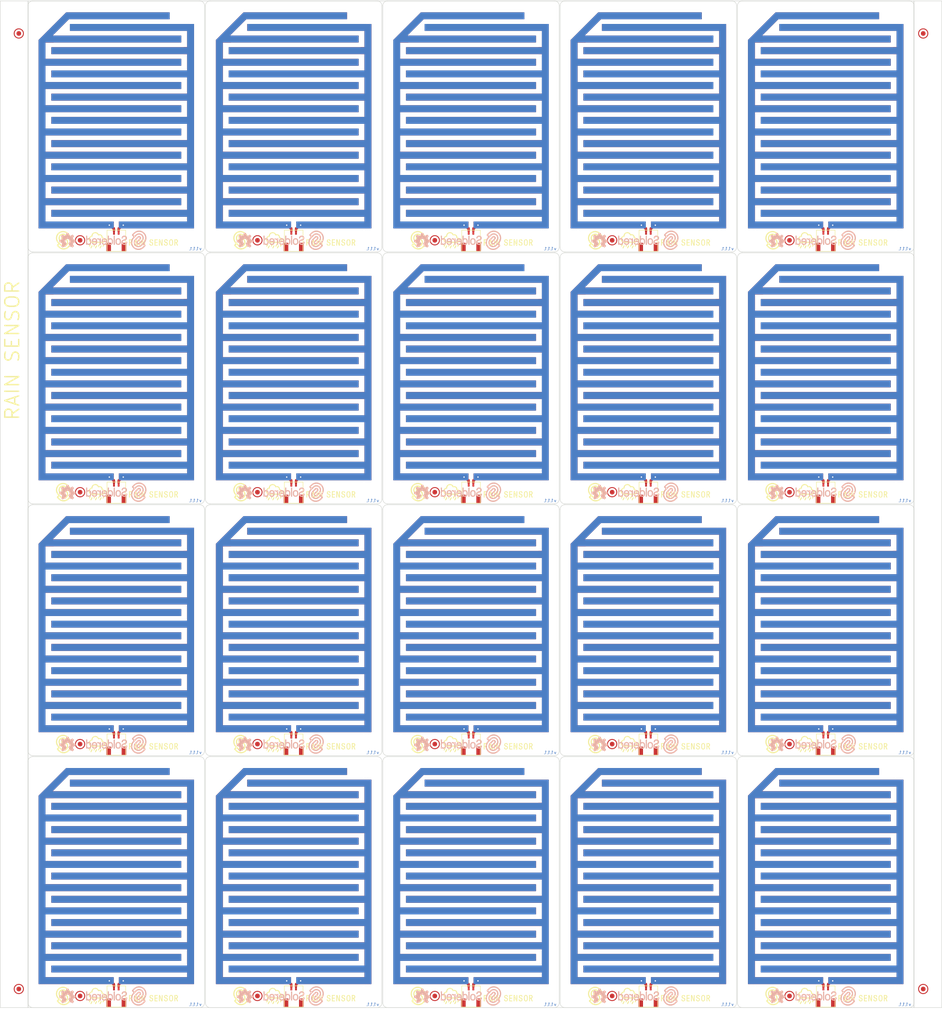
<source format=kicad_pcb>
(kicad_pcb (version 20210623) (generator pcbnew)
  (title_block (title "Rain sensor") (date "2021-07-05") (rev "V1.1.1.") (company "SOLDERED") (comment 1 "333074"))
  (layers (0 "F.Cu" signal) (31 "B.Cu" signal) (34 "B.Paste" user) (35 "F.Paste" user) (36 "B.SilkS" user "B.Silkscreen") (37 "F.SilkS" user "F.Silkscreen") (38 "B.Mask" user) (39 "F.Mask" user) (44 "Edge.Cuts" user))
  (net 0 "")
  (net 1 "Net-(K1-Pad1)")
  (net 2 "Net-(K1-Pad2)")
  (footprint "e-radionica.com footprinti:FIDUCIAL_23" (layer "F.Cu") (at 167.6 147.5)
    (fp_text reference "FD1")
    (fp_text value "FIDUCIAL")
  )
  (footprint "e-radionica.com footprinti:JST-SH_2pin_1mm_C145954" (layer "F.Cu") (at 213.6 202.2)
    (fp_text reference "K1")
    (fp_text value "JST-SH_C145954")
  )
  (footprint "e-radionica.com footprinti:PAD_2x1.5" (layer "F.Cu") (at 160.9 158.4)
    (fp_text reference "PAD2")
    (fp_text value "PAD_2x1.5")
  )
  (footprint "Soldered Graphics:Logo-Front-Soldered-4mm" (layer "F.Cu") (at 87.6 93.3)
    (fp_text reference "G***" hide)
    (fp_text value "LOGO" hide)
  )
  (footprint "Soldered Graphics:Logo-Front-Soldered-4mm" (layer "F.Cu") (at 125.8 255.9)
    (fp_text reference "G***" hide)
    (fp_text value "LOGO" hide)
  )
  (footprint "e-radionica.com footprinti:HOLE_3.2mm" (layer "F.Cu") (at 121.2 207.4)
    (fp_text reference "H2" hide)
    (fp_text value "HOLE_3.2mm" hide)
  )
  (footprint "Soldered Graphics:Symbol-Front-Raining" (layer "F.Cu") (at 94.8 255.9)
    (fp_text reference "G***" hide)
    (fp_text value "LOGO" hide)
  )
  (footprint "buzzardLabel" (layer "F.Cu") (at 107 93.8)
    (fp_text reference "")
    (fp_text value "")
  )
  (footprint "Soldered Graphics:Logo-Back-OSH-3.5mm" (layer "F.Cu") (at 241.3 93.3)
    (fp_text reference "G***" hide)
    (fp_text value "LOGO" hide)
  )
  (footprint "e-radionica.com footprinti:HOLE_3.2mm" (layer "F.Cu") (at 197.6 201.2)
    (fp_text reference "H1" hide)
    (fp_text value "HOLE_3.2mm" hide)
  )
  (footprint "Soldered Graphics:Symbol-Front-Raining" (layer "F.Cu") (at 209.4 147.5)
    (fp_text reference "G***" hide)
    (fp_text value "LOGO" hide)
  )
  (footprint "buzzardLabel" (layer "F.Cu") (at 107 256.4)
    (fp_text reference "")
    (fp_text value "")
  )
  (footprint "e-radionica.com footprinti:FIDUCIAL_23" (layer "F.Cu") (at 205.8 201.7)
    (fp_text reference "FD1")
    (fp_text value "FIDUCIAL")
  )
  (footprint "e-radionica.com footprinti:HOLE_3.2mm" (layer "F.Cu") (at 235.8 255.4)
    (fp_text reference "H1" hide)
    (fp_text value "HOLE_3.2mm" hide)
  )
  (footprint "e-radionica.com footprinti:HOLE_3.2mm" (layer "F.Cu") (at 191.4 255.4)
    (fp_text reference "H3" hide)
    (fp_text value "HOLE_3.2mm" hide)
  )
  (footprint "e-radionica.com footprinti:HOLE_3.2mm" (layer "F.Cu") (at 121.2 201.2)
    (fp_text reference "H1" hide)
    (fp_text value "HOLE_3.2mm" hide)
  )
  (footprint "e-radionica.com footprinti:PAD_2x1.5" (layer "F.Cu") (at 237.3 50)
    (fp_text reference "PAD2")
    (fp_text value "PAD_2x1.5")
  )
  (footprint "Soldered Graphics:Logo-Back-OSH-3.5mm" (layer "F.Cu") (at 203.1 147.5)
    (fp_text reference "G***" hide)
    (fp_text value "LOGO" hide)
  )
  (footprint "e-radionica.com footprinti:HOLE_3.2mm" (layer "F.Cu") (at 153.2 153.2)
    (fp_text reference "H4" hide)
    (fp_text value "HOLE_3.2mm" hide)
  )
  (footprint "e-radionica.com footprinti:JST-SH_2pin_1mm_C145954" (layer "F.Cu") (at 137.2 93.8)
    (fp_text reference "K1")
    (fp_text value "JST-SH_C145954")
  )
  (footprint "e-radionica.com footprinti:HOLE_3.2mm" (layer "F.Cu") (at 191.4 207.4)
    (fp_text reference "H4" hide)
    (fp_text value "HOLE_3.2mm" hide)
  )
  (footprint "e-radionica.com footprinti:JST-SH_2pin_1mm_C145954" (layer "F.Cu") (at 137.2 148)
    (fp_text reference "K1")
    (fp_text value "JST-SH_C145954")
  )
  (footprint "e-radionica.com footprinti:PAD_2x1.5" (layer "F.Cu") (at 229.1 160.9)
    (fp_text reference "PAD1")
    (fp_text value "PAD_2x1.5")
  )
  (footprint "buzzardLabel" (layer "F.Cu") (at 259.8 93.8)
    (fp_text reference "")
    (fp_text value "")
  )
  (footprint "e-radionica.com footprinti:HOLE_3.2mm" (layer "F.Cu") (at 115 92.8)
    (fp_text reference "H3" hide)
    (fp_text value "HOLE_3.2mm" hide)
  )
  (footprint "e-radionica.com footprinti:FIDUCIAL_23" (layer "F.Cu") (at 244 255.9)
    (fp_text reference "FD1")
    (fp_text value "FIDUCIAL")
  )
  (footprint "Soldered Graphics:Logo-Front-Soldered-4mm" (layer "F.Cu") (at 240.4 93.3)
    (fp_text reference "G***" hide)
    (fp_text value "LOGO" hide)
  )
  (footprint "Soldered Graphics:Symbol-Front-Raining" (layer "F.Cu") (at 209.4 201.7)
    (fp_text reference "G***" hide)
    (fp_text value "LOGO" hide)
  )
  (footprint "e-radionica.com footprinti:JST-SH_2pin_1mm_C145954" (layer "F.Cu") (at 213.6 148)
    (fp_text reference "K1")
    (fp_text value "JST-SH_C145954")
  )
  (footprint "Soldered Graphics:Logo-Front-Soldered-4mm" (layer "F.Cu") (at 87.6 147.5)
    (fp_text reference "G***" hide)
    (fp_text value "LOGO" hide)
  )
  (footprint "e-radionica.com footprinti:HOLE_3.2mm" (layer "F.Cu") (at 121.2 99)
    (fp_text reference "H2" hide)
    (fp_text value "HOLE_3.2mm" hide)
  )
  (footprint "buzzardLabel" (layer "F.Cu") (at 259.8 148)
    (fp_text reference "")
    (fp_text value "")
  )
  (footprint "Soldered Graphics:Logo-Front-Soldered-4mm" (layer "F.Cu") (at 125.8 201.7)
    (fp_text reference "G***" hide)
    (fp_text value "LOGO" hide)
  )
  (footprint "Soldered Graphics:Logo-Front-Soldered-4mm" (layer "F.Cu") (at 240.4 147.5)
    (fp_text reference "G***" hide)
    (fp_text value "LOGO" hide)
  )
  (footprint "e-radionica.com footprinti:HOLE_3.2mm" (layer "F.Cu") (at 267.8 44.8)
    (fp_text reference "H4" hide)
    (fp_text value "HOLE_3.2mm" hide)
  )
  (footprint "Soldered Graphics:Logo-Back-OSH-3.5mm" (layer "F.Cu") (at 126.7 93.3)
    (fp_text reference "G***" hide)
    (fp_text value "LOGO" hide)
  )
  (footprint "e-radionica.com footprinti:PAD_2x1.5" (layer "F.Cu") (at 152.7 215.1)
    (fp_text reference "PAD1")
    (fp_text value "PAD_2x1.5")
  )
  (footprint "e-radionica.com footprinti:FIDUCIAL_23" (layer "F.Cu") (at 91.2 93.3)
    (fp_text reference "FD1")
    (fp_text value "FIDUCIAL")
  )
  (footprint "e-radionica.com footprinti:HOLE_3.2mm" (layer "F.Cu") (at 235.8 44.8)
    (fp_text reference "H2" hide)
    (fp_text value "HOLE_3.2mm" hide)
  )
  (footprint "e-radionica.com footprinti:HOLE_3.2mm" (layer "F.Cu") (at 159.4 207.4)
    (fp_text reference "H2" hide)
    (fp_text value "HOLE_3.2mm" hide)
  )
  (footprint "e-radionica.com footprinti:PAD_2x1.5" (layer "F.Cu") (at 152.7 52.5)
    (fp_text reference "PAD1")
    (fp_text value "PAD_2x1.5")
  )
  (footprint "e-radionica.com footprinti:PAD_2x1.5" (layer "F.Cu") (at 160.9 212.6)
    (fp_text reference "PAD2")
    (fp_text value "PAD_2x1.5")
  )
  (footprint "e-radionica.com footprinti:HOLE_3.2mm" (layer "F.Cu") (at 197.6 147)
    (fp_text reference "H1" hide)
    (fp_text value "HOLE_3.2mm" hide)
  )
  (footprint "buzzardLabel" (layer "F.Cu") (at 259.8 256.4)
    (fp_text reference "")
    (fp_text value "")
  )
  (footprint "e-radionica.com footprinti:PAD_2x1.5" (layer "F.Cu") (at 152.7 106.7)
    (fp_text reference "PAD1")
    (fp_text value "PAD_2x1.5")
  )
  (footprint "e-radionica.com footprinti:PAD_2x1.5" (layer "F.Cu") (at 229.1 106.7)
    (fp_text reference "PAD1")
    (fp_text value "PAD_2x1.5")
  )
  (footprint "e-radionica.com footprinti:HOLE_3.2mm" (layer "F.Cu") (at 159.4 147)
    (fp_text reference "H1" hide)
    (fp_text value "HOLE_3.2mm" hide)
  )
  (footprint "e-radionica.com footprinti:HOLE_3.2mm" (layer "F.Cu") (at 197.6 255.4)
    (fp_text reference "H1" hide)
    (fp_text value "HOLE_3.2mm" hide)
  )
  (footprint "e-radionica.com footprinti:HOLE_3.2mm" (layer "F.Cu") (at 235.8 92.8)
    (fp_text reference "H1" hide)
    (fp_text value "HOLE_3.2mm" hide)
  )
  (footprint "Soldered Graphics:Logo-Back-OSH-3.5mm" (layer "F.Cu") (at 164.9 255.9)
    (fp_text reference "G***" hide)
    (fp_text value "LOGO" hide)
  )
  (footprint "Soldered Graphics:Symbol-Front-Raining" (layer "F.Cu") (at 133 147.5)
    (fp_text reference "G***" hide)
    (fp_text value "LOGO" hide)
  )
  (footprint "e-radionica.com footprinti:PAD_2x1.5" (layer "F.Cu") (at 199.1 158.4)
    (fp_text reference "PAD2")
    (fp_text value "PAD_2x1.5")
  )
  (footprint "Soldered Graphics:Logo-Front-Soldered-4mm" (layer "F.Cu") (at 164 147.5)
    (fp_text reference "G***" hide)
    (fp_text value "LOGO" hide)
  )
  (footprint "e-radionica.com footprinti:PAD_2x1.5" (layer "F.Cu") (at 114.5 52.5)
    (fp_text reference "PAD1")
    (fp_text value "PAD_2x1.5")
  )
  (footprint "Soldered Graphics:Logo-Back-OSH-3.5mm" (layer "F.Cu") (at 241.3 201.7)
    (fp_text reference "G***" hide)
    (fp_text value "LOGO" hide)
  )
  (footprint "e-radionica.com footprinti:FIDUCIAL_23" (layer "F.Cu") (at 91.2 147.5)
    (fp_text reference "FD1")
    (fp_text value "FIDUCIAL")
  )
  (footprint "e-radionica.com footprinti:HOLE_3.2mm" (layer "F.Cu") (at 83 99)
    (fp_text reference "H2" hide)
    (fp_text value "HOLE_3.2mm" hide)
  )
  (footprint "e-radionica.com footprinti:HOLE_3.2mm" (layer "F.Cu") (at 229.6 99)
    (fp_text reference "H4" hide)
    (fp_text value "HOLE_3.2mm" hide)
  )
  (footprint "e-radionica.com footprinti:HOLE_3.2mm" (layer "F.Cu") (at 235.8 201.2)
    (fp_text reference "H1" hide)
    (fp_text value "HOLE_3.2mm" hide)
  )
  (footprint "e-radionica.com footprinti:PAD_2x1.5" (layer "F.Cu") (at 160.9 104.2)
    (fp_text reference "PAD2")
    (fp_text value "PAD_2x1.5")
  )
  (footprint "Soldered Graphics:Symbol-Front-Raining" (layer "F.Cu") (at 133 255.9)
    (fp_text reference "G***" hide)
    (fp_text value "LOGO" hide)
  )
  (footprint "e-radionica.com footprinti:HOLE_3.2mm" (layer "F.Cu") (at 153.2 255.4)
    (fp_text reference "H3" hide)
    (fp_text value "HOLE_3.2mm" hide)
  )
  (footprint "Soldered Graphics:Logo-Back-OSH-3.5mm" (layer "F.Cu") (at 164.9 201.7)
    (fp_text reference "G***" hide)
    (fp_text value "LOGO" hide)
  )
  (footprint "Soldered Graphics:Logo-Back-SolderedFULL-13mm" (layer "F.Cu") (at 175.4 201.7)
    (fp_text reference "REF**" hide)
    (fp_text value "Logo-Front-SolderedFULL-13mm" hide)
  )
  (footprint "e-radionica.com footprinti:HOLE_3.2mm" (layer "F.Cu") (at 83 153.2)
    (fp_text reference "H2" hide)
    (fp_text value "HOLE_3.2mm" hide)
  )
  (footprint "buzzardLabel" (layer "F.Cu") (at 221.6 256.4)
    (fp_text reference "")
    (fp_text value "")
  )
  (footprint "e-radionica.com footprinti:PAD_2x1.5" (layer "F.Cu") (at 114.5 215.1)
    (fp_text reference "PAD1")
    (fp_text value "PAD_2x1.5")
  )
  (footprint "e-radionica.com footprinti:PAD_2x1.5" (layer "F.Cu") (at 199.1 50)
    (fp_text reference "PAD2")
    (fp_text value "PAD_2x1.5")
  )
  (footprint "e-radionica.com footprinti:FIDUCIAL_23" (layer "F.Cu") (at 244 201.7)
    (fp_text reference "FD1")
    (fp_text value "FIDUCIAL")
  )
  (footprint "e-radionica.com footprinti:PAD_2x1.5" (layer "F.Cu") (at 190.9 215.1)
    (fp_text reference "PAD1")
    (fp_text value "PAD_2x1.5")
  )
  (footprint "Soldered Graphics:Symbol-Front-Raining" (layer "F.Cu") (at 209.4 93.3)
    (fp_text reference "G***" hide)
    (fp_text value "LOGO" hide)
  )
  (footprint "e-radionica.com footprinti:PAD_2x1.5" (layer "F.Cu") (at 267.3 160.9)
    (fp_text reference "PAD1")
    (fp_text value "PAD_2x1.5")
  )
  (footprint "e-radionica.com footprinti:HOLE_3.2mm" (layer "F.Cu") (at 267.8 92.8)
    (fp_text reference "H3" hide)
    (fp_text value "HOLE_3.2mm" hide)
  )
  (footprint "Soldered Graphics:Logo-Back-SolderedFULL-13mm" (layer "F.Cu") (at 175.4 147.5)
    (fp_text reference "REF**" hide)
    (fp_text value "Logo-Front-SolderedFULL-13mm" hide)
  )
  (footprint "Soldered Graphics:Symbol-Front-Raining" (layer "F.Cu") (at 247.6 201.7)
    (fp_text reference "G***" hide)
    (fp_text value "LOGO" hide)
  )
  (footprint "e-radionica.com footprinti:HOLE_3.2mm" (layer "F.Cu") (at 229.6 44.8)
    (fp_text reference "H4" hide)
    (fp_text value "HOLE_3.2mm" hide)
  )
  (footprint "e-radionica.com footprinti:HOLE_3.2mm" (layer "F.Cu") (at 121.2 147)
    (fp_text reference "H1" hide)
    (fp_text value "HOLE_3.2mm" hide)
  )
  (footprint "e-radionica.com footprinti:HOLE_3.2mm" (layer "F.Cu") (at 153.2 99)
    (fp_text reference "H4" hide)
    (fp_text value "HOLE_3.2mm" hide)
  )
  (footprint "e-radionica.com footprinti:JST-SH_2pin_1mm_C145954" (layer "F.Cu") (at 137.2 202.2)
    (fp_text reference "K1")
    (fp_text value "JST-SH_C145954")
  )
  (footprint "e-radionica.com footprinti:HOLE_3.2mm" (layer "F.Cu") (at 229.6 92.8)
    (fp_text reference "H3" hide)
    (fp_text value "HOLE_3.2mm" hide)
  )
  (footprint "e-radionica.com footprinti:HOLE_3.2mm" (layer "F.Cu") (at 159.4 255.4)
    (fp_text reference "H1" hide)
    (fp_text value "HOLE_3.2mm" hide)
  )
  (footprint "e-radionica.com footprinti:FIDUCIAL_23" (layer "F.Cu") (at 167.6 201.7)
    (fp_text reference "FD1")
    (fp_text value "FIDUCIAL")
  )
  (footprint "e-radionica.com footprinti:HOLE_3.2mm" (layer "F.Cu") (at 191.4 92.8)
    (fp_text reference "H3" hide)
    (fp_text value "HOLE_3.2mm" hide)
  )
  (footprint "e-radionica.com footprinti:HOLE_3.2mm" (layer "F.Cu") (at 115 207.4)
    (fp_text reference "H4" hide)
    (fp_text value "HOLE_3.2mm" hide)
  )
  (footprint "e-radionica.com footprinti:HOLE_3.2mm" (layer "F.Cu") (at 229.6 147)
    (fp_text reference "H3" hide)
    (fp_text value "HOLE_3.2mm" hide)
  )
  (footprint "e-radionica.com footprinti:HOLE_3.2mm" (layer "F.Cu") (at 267.8 207.4)
    (fp_text reference "H4" hide)
    (fp_text value "HOLE_3.2mm" hide)
  )
  (footprint "e-radionica.com footprinti:HOLE_3.2mm" (layer "F.Cu") (at 153.2 147)
    (fp_text reference "H3" hide)
    (fp_text value "HOLE_3.2mm" hide)
  )
  (footprint "e-radionica.com footprinti:HOLE_3.2mm" (layer "F.Cu") (at 83 147)
    (fp_text reference "H1" hide)
    (fp_text value "HOLE_3.2mm" hide)
  )
  (footprint "Soldered Graphics:Logo-Back-OSH-3.5mm" (layer "F.Cu") (at 126.7 147.5)
    (fp_text reference "G***" hide)
    (fp_text value "LOGO" hide)
  )
  (footprint "Soldered Graphics:Logo-Back-SolderedFULL-13mm" (layer "F.Cu") (at 99 255.9)
    (fp_text reference "REF**" hide)
    (fp_text value "Logo-Front-SolderedFULL-13mm" hide)
  )
  (footprint "e-radionica.com footprinti:JST-SH_2pin_1mm_C145954" (layer "F.Cu") (at 251.8 256.4)
    (fp_text reference "K1")
    (fp_text value "JST-SH_C145954")
  )
  (footprint "Soldered Graphics:Symbol-Front-Raining" (layer "F.Cu") (at 171.2 93.3)
    (fp_text reference "G***" hide)
    (fp_text value "LOGO" hide)
  )
  (footprint "e-radionica.com footprinti:PAD_2x1.5" (layer "F.Cu") (at 122.7 158.4)
    (fp_text reference "PAD2")
    (fp_text value "PAD_2x1.5")
  )
  (footprint "Soldered Graphics:Logo-Back-SolderedFULL-13mm" (layer "F.Cu") (at 251.8 201.7)
    (fp_text reference "REF**" hide)
    (fp_text value "Logo-Front-SolderedFULL-13mm" hide)
  )
  (footprint "e-radionica.com footprinti:FIDUCIAL_23" (layer "F.Cu") (at 205.8 147.5)
    (fp_text reference "FD1")
    (fp_text value "FIDUCIAL")
  )
  (footprint "e-radionica.com footprinti:PAD_2x1.5" (layer "F.Cu") (at 229.1 215.1)
    (fp_text reference "PAD1")
    (fp_text value "PAD_2x1.5")
  )
  (footprint "e-radionica.com footprinti:HOLE_3.2mm" (layer "F.Cu") (at 197.6 207.4)
    (fp_text reference "H2" hide)
    (fp_text value "HOLE_3.2mm" hide)
  )
  (footprint "e-radionica.com footprinti:JST-SH_2pin_1mm_C145954" (layer "F.Cu") (at 99 256.4)
    (fp_text reference "K1")
    (fp_text value "JST-SH_C145954")
  )
  (footprint "e-radionica.com footprinti:PAD_2x1.5" (layer "F.Cu") (at 84.5 104.2)
    (fp_text reference "PAD2")
    (fp_text value "PAD_2x1.5")
  )
  (footprint "e-radionica.com footprinti:HOLE_3.2mm" (layer "F.Cu") (at 235.8 207.4)
    (fp_text reference "H2" hide)
    (fp_text value "HOLE_3.2mm" hide)
  )
  (footprint "Soldered Graphics:Logo-Back-SolderedFULL-13mm" (layer "F.Cu") (at 213.6 147.5)
    (fp_text reference "REF**" hide)
    (fp_text value "Logo-Front-SolderedFULL-13mm" hide)
  )
  (footprint "e-radionica.com footprinti:FIDUCIAL_23" (layer "F.Cu") (at 244 93.3)
    (fp_text reference "FD1")
    (fp_text value "FIDUCIAL")
  )
  (footprint "Soldered Graphics:Symbol-Front-Raining" (layer "F.Cu") (at 171.2 201.7)
    (fp_text reference "G***" hide)
    (fp_text value "LOGO" hide)
  )
  (footprint "e-radionica.com footprinti:PAD_2x1.5" (layer "F.Cu") (at 199.1 104.2)
    (fp_text reference "PAD2")
    (fp_text value "PAD_2x1.5")
  )
  (footprint "Soldered Graphics:Logo-Back-SolderedFULL-13mm" (layer "F.Cu") (at 137.2 93.3)
    (fp_text reference "REF**" hide)
    (fp_text value "Logo-Front-SolderedFULL-13mm" hide)
  )
  (footprint "e-radionica.com footprinti:HOLE_3.2mm" (layer "F.Cu") (at 115 147)
    (fp_text reference "H3" hide)
    (fp_text value "HOLE_3.2mm" hide)
  )
  (footprint "e-radionica.com footprinti:HOLE_3.2mm" (layer "F.Cu") (at 191.4 147)
    (fp_text reference "H3" hide)
    (fp_text value "HOLE_3.2mm" hide)
  )
  (footprint "e-radionica.com footprinti:HOLE_3.2mm" (layer "F.Cu") (at 191.4 153.2)
    (fp_text reference "H4" hide)
    (fp_text value "HOLE_3.2mm" hide)
  )
  (footprint "e-radionica.com footprinti:HOLE_3.2mm" (layer "F.Cu") (at 229.6 255.4)
    (fp_text reference "H3" hide)
    (fp_text value "HOLE_3.2mm" hide)
  )
  (footprint "e-radionica.com footprinti:PAD_2x1.5" (layer "F.Cu") (at 122.7 212.6)
    (fp_text reference "PAD2")
    (fp_text value "PAD_2x1.5")
  )
  (footprint "e-radionica.com footprinti:PAD_2x1.5" (layer "F.Cu") (at 190.9 160.9)
    (fp_text reference "PAD1")
    (fp_text value "PAD_2x1.5")
  )
  (footprint "e-radionica.com footprinti:HOLE_3.2mm" (layer "F.Cu") (at 83 44.8)
    (fp_text reference "H2" hide)
    (fp_text value "HOLE_3.2mm" hide)
  )
  (footprint "Soldered Graphics:Logo-Front-Soldered-4mm" (layer "F.Cu") (at 164 201.7)
    (fp_text reference "G***" hide)
    (fp_text value "LOGO" hide)
  )
  (footprint "e-radionica.com footprinti:HOLE_3.2mm" (layer "F.Cu") (at 115 201.2)
    (fp_text reference "H3" hide)
    (fp_text value "HOLE_3.2mm" hide)
  )
  (footprint "Soldered Graphics:Symbol-Front-Raining" (layer "F.Cu") (at 171.2 255.9)
    (fp_text reference "G***" hide)
    (fp_text value "LOGO" hide)
  )
  (footprint "e-radionica.com footprinti:HOLE_3.2mm" (layer "F.Cu") (at 83 207.4)
    (fp_text reference "H2" hide)
    (fp_text value "HOLE_3.2mm" hide)
  )
  (footprint "e-radionica.com footprinti:JST-SH_2pin_1mm_C145954" (layer "F.Cu") (at 99 148)
    (fp_text reference "K1")
    (fp_text value "JST-SH_C145954")
  )
  (footprint "e-radionica.com footprinti:HOLE_3.2mm" (layer "F.Cu") (at 197.6 92.8)
    (fp_text reference "H1" hide)
    (fp_text value "HOLE_3.2mm" hide)
  )
  (footprint "e-radionica.com footprinti:HOLE_3.2mm" (layer "F.Cu") (at 191.4 99)
    (fp_text reference "H4" hide)
    (fp_text value "HOLE_3.2mm" hide)
  )
  (footprint "Soldered Graphics:Logo-Back-OSH-3.5mm" (layer "F.Cu") (at 241.3 255.9)
    (fp_text reference "G***" hide)
    (fp_text value "LOGO" hide)
  )
  (footprint "e-radionica.com footprinti:PAD_2x1.5" (layer "F.Cu") (at 190.9 52.5)
    (fp_text reference "PAD1")
    (fp_text value "PAD_2x1.5")
  )
  (footprint "e-radionica.com footprinti:HOLE_3.2mm" (layer "F.Cu") (at 229.6 201.2)
    (fp_text reference "H3" hide)
    (fp_text value "HOLE_3.2mm" hide)
  )
  (footprint "Soldered Graphics:Symbol-Front-Raining" (layer "F.Cu") (at 171.2 147.5)
    (fp_text reference "G***" hide)
    (fp_text value "LOGO" hide)
  )
  (footprint "e-radionica.com footprinti:PAD_2x1.5" (layer "F.Cu") (at 267.3 106.7)
    (fp_text reference "PAD1")
    (fp_text value "PAD_2x1.5")
  )
  (footprint "e-radionica.com footprinti:HOLE_3.2mm" (layer "F.Cu") (at 115 44.8)
    (fp_text reference "H4" hide)
    (fp_text value "HOLE_3.2mm" hide)
  )
  (footprint "Soldered Graphics:Logo-Back-SolderedFULL-13mm" (layer "F.Cu") (at 251.8 255.9)
    (fp_text reference "REF**" hide)
    (fp_text value "Logo-Front-SolderedFULL-13mm" hide)
  )
  (footprint "e-radionica.com footprinti:HOLE_3.2mm" (layer "F.Cu") (at 153.2 201.2)
    (fp_text reference "H3" hide)
    (fp_text value "HOLE_3.2mm" hide)
  )
  (footprint "e-radionica.com footprinti:HOLE_3.2mm" (layer "F.Cu") (at 159.4 153.2)
    (fp_text reference "H2" hide)
    (fp_text value "HOLE_3.2mm" hide)
  )
  (footprint "e-radionica.com footprinti:FIDUCIAL_23" (layer "F.Cu") (at 129.4 255.9)
    (fp_text reference "FD1")
    (fp_text value "FIDUCIAL")
  )
  (footprint "e-radionica.com footprinti:HOLE_3.2mm" (layer "F.Cu") (at 153.2 207.4)
    (fp_text reference "H4" hide)
    (fp_text value "HOLE_3.2mm" hide)
  )
  (footprint "Soldered Graphics:Logo-Back-OSH-3.5mm" (layer "F.Cu") (at 203.1 201.7)
    (fp_text reference "G***" hide)
    (fp_text value "LOGO" hide)
  )
  (footprint "e-radionica.com footprinti:HOLE_3.2mm" (layer "F.Cu") (at 191.4 44.8)
    (fp_text reference "H4" hide)
    (fp_text value "HOLE_3.2mm" hide)
  )
  (footprint "Soldered Graphics:Logo-Front-Soldered-4mm" (layer "F.Cu") (at 125.8 147.5)
    (fp_text reference "G***" hide)
    (fp_text value "LOGO" hide)
  )
  (footprint "Soldered Graphics:Logo-Back-SolderedFULL-13mm" (layer "F.Cu") (at 213.6 255.9)
    (fp_text reference "REF**" hide)
    (fp_text value "Logo-Front-SolderedFULL-13mm" hide)
  )
  (footprint "Soldered Graphics:Symbol-Front-Raining" (layer "F.Cu") (at 209.4 255.9)
    (fp_text reference "G***" hide)
    (fp_text value "LOGO" hide)
  )
  (footprint "e-radionica.com footprinti:PAD_2x1.5" (layer "F.Cu") (at 237.3 158.4)
    (fp_text reference "PAD2")
    (fp_text value "PAD_2x1.5")
  )
  (footprint "Soldered Graphics:Logo-Back-OSH-3.5mm" (layer "F.Cu") (at 88.5 201.7)
    (fp_text reference "G***" hide)
    (fp_text value "LOGO" hide)
  )
  (footprint "e-radionica.com footprinti:PAD_2x1.5" (layer "F.Cu") (at 122.7 104.2)
    (fp_text reference "PAD2")
    (fp_text value "PAD_2x1.5")
  )
  (footprint "e-radionica.com footprinti:JST-SH_2pin_1mm_C145954" (layer "F.Cu") (at 251.8 202.2)
    (fp_text reference "K1")
    (fp_text value "JST-SH_C145954")
  )
  (footprint "e-radionica.com footprinti:FIDUCIAL_23" (layer "F.Cu") (at 205.8 93.3)
    (fp_text reference "FD1")
    (fp_text value "FIDUCIAL")
  )
  (footprint "e-radionica.com footprinti:HOLE_3.2mm" (layer "F.Cu") (at 197.6 153.2)
    (fp_text reference "H2" hide)
    (fp_text value "HOLE_3.2mm" hide)
  )
  (footprint "e-radionica.com footprinti:PAD_2x1.5" (layer "F.Cu") (at 122.7 50)
    (fp_text reference "PAD2")
    (fp_text value "PAD_2x1.5")
  )
  (footprint "buzzardLabel" (layer "F.Cu") (at 183.4 93.8)
    (fp_text reference "")
    (fp_text value "")
  )
  (footprint "e-radionica.com footprinti:FIDUCIAL_23" (layer "F.Cu") (at 167.6 255.9)
    (fp_text reference "FD1")
    (fp_text value "FIDUCIAL")
  )
  (footprint "e-radionica.com footprinti:JST-SH_2pin_1mm_C145954" (layer "F.Cu") (at 213.6 93.8)
    (fp_text reference "K1")
    (fp_text value "JST-SH_C145954")
  )
  (footprint "e-radionica.com footprinti:HOLE_3.2mm" (layer "F.Cu") (at 267.8 201.2)
    (fp_text reference "H3" hide)
    (fp_text value "HOLE_3.2mm" hide)
  )
  (footprint "Soldered Graphics:Logo-Front-Soldered-4mm" (layer "F.Cu") (at 202.2 201.7)
    (fp_text reference "G***" hide)
    (fp_text value "LOGO" hide)
  )
  (footprint "Soldered Graphics:Logo-Back-SolderedFULL-13mm" (layer "F.Cu") (at 251.8 93.3)
    (fp_text reference "REF**" hide)
    (fp_text value "Logo-Front-SolderedFULL-13mm" hide)
  )
  (footprint "Soldered Graphics:Logo-Back-OSH-3.5mm" (layer "F.Cu") (at 164.9 93.3)
    (fp_text reference "G***" hide)
    (fp_text value "LOGO" hide)
  )
  (footprint "e-radionica.com footprinti:HOLE_3.2mm" (layer "F.Cu") (at 267.8 153.2)
    (fp_text reference "H4" hide)
    (fp_text value "HOLE_3.2mm" hide)
  )
  (footprint "e-radionica.com footprinti:JST-SH_2pin_1mm_C145954" (layer "F.Cu") (at 251.8 148)
    (fp_text reference "K1")
    (fp_text value "JST-SH_C145954")
  )
  (footprint "e-radionica.com footprinti:HOLE_3.2mm" (layer "F.Cu") (at 229.6 153.2)
    (fp_text reference "H4" hide)
    (fp_text value "HOLE_3.2mm" hide)
  )
  (footprint "e-radionica.com footprinti:HOLE_3.2mm" (layer "F.Cu") (at 191.4 201.2)
    (fp_text reference "H3" hide)
    (fp_text value "HOLE_3.2mm" hide)
  )
  (footprint "buzzardLabel" (layer "F.Cu") (at 183.4 202.2)
    (fp_text reference "")
    (fp_text value "")
  )
  (footprint "Soldered Graphics:Logo-Back-SolderedFULL-13mm" (layer "F.Cu") (at 99 147.5)
    (fp_text reference "REF**" hide)
    (fp_text value "Logo-Front-SolderedFULL-13mm" hide)
  )
  (footprint "buzzardLabel" (layer "F.Cu") (at 107 148)
    (fp_text reference "")
    (fp_text value "")
  )
  (footprint "e-radionica.com footprinti:HOLE_3.2mm" (layer "F.Cu") (at 83 201.2)
    (fp_text reference "H1" hide)
    (fp_text value "HOLE_3.2mm" hide)
  )
  (footprint "e-radionica.com footprinti:HOLE_3.2mm" (layer "F.Cu") (at 153.2 92.8)
    (fp_text reference "H3" hide)
    (fp_text value "HOLE_3.2mm" hide)
  )
  (footprint "e-radionica.com footprinti:HOLE_3.2mm" (layer "F.Cu") (at 197.6 99)
    (fp_text reference "H2" hide)
    (fp_text value "HOLE_3.2mm" hide)
  )
  (footprint "Soldered Graphics:Logo-Back-SolderedFULL-13mm" (layer "F.Cu") (at 175.4 255.9)
    (fp_text reference "REF**" hide)
    (fp_text value "Logo-Front-SolderedFULL-13mm" hide)
  )
  (footprint "e-radionica.com footprinti:PAD_2x1.5" (layer "F.Cu") (at 267.3 52.5)
    (fp_text reference "PAD1")
    (fp_text value "PAD_2x1.5")
  )
  (footprint "Soldered Graphics:Logo-Back-OSH-3.5mm" (layer "F.Cu") (at 203.1 93.3)
    (fp_text reference "G***" hide)
    (fp_text value "LOGO" hide)
  )
  (footprint "Soldered Graphics:Logo-Back-SolderedFULL-13mm" (layer "F.Cu") (at 99 201.7)
    (fp_text reference "REF**" hide)
    (fp_text value "Logo-Front-SolderedFULL-13mm" hide)
  )
  (footprint "e-radionica.com footprinti:FIDUCIAL_23" (layer "F.Cu") (at 91.2 255.9)
    (fp_text reference "FD1")
    (fp_text value "FIDUCIAL")
  )
  (footprint "Soldered Graphics:Logo-Front-Soldered-4mm" (layer "F.Cu") (at 240.4 255.9)
    (fp_text reference "G***" hide)
    (fp_text value "LOGO" hide)
  )
  (footprint "e-radionica.com footprinti:HOLE_3.2mm" (layer "F.Cu") (at 153.2 44.8)
    (fp_text reference "H4" hide)
    (fp_text value "HOLE_3.2mm" hide)
  )
  (footprint "e-radionica.com footprinti:FIDUCIAL_23" (layer "F.Cu") (at 91.2 201.7)
    (fp_text reference "FD1")
    (fp_text value "FIDUCIAL")
  )
  (footprint "e-radionica.com footprinti:FIDUCIAL_23" (layer "F.Cu") (at 129.4 147.5)
    (fp_text reference "FD1")
    (fp_text value "FIDUCIAL")
  )
  (footprint "Soldered Graphics:Logo-Front-Soldered-4mm" (layer "F.Cu") (at 164 93.3)
    (fp_text reference "G***" hide)
    (fp_text value "LOGO" hide)
  )
  (footprint "Soldered Graphics:Logo-Back-OSH-3.5mm" (layer "F.Cu") (at 126.7 255.9)
    (fp_text reference "G***" hide)
    (fp_text value "LOGO" hide)
  )
  (footprint "e-radionica.com footprinti:JST-SH_2pin_1mm_C145954" (layer "F.Cu") (at 99 202.2)
    (fp_text reference "K1")
    (fp_text value "JST-SH_C145954")
  )
  (footprint "e-radionica.com footprinti:HOLE_3.2mm" (layer "F.Cu") (at 267.8 255.4)
    (fp_text reference "H3" hide)
    (fp_text value "HOLE_3.2mm" hide)
  )
  (footprint "e-radionica.com footprinti:PAD_2x1.5" (layer "F.Cu") (at 229.1 52.5)
    (fp_text reference "PAD1")
    (fp_text value "PAD_2x1.5")
  )
  (footprint "Soldered Graphics:Logo-Front-Soldered-4mm" (layer "F.Cu") (at 87.6 201.7)
    (fp_text reference "G***" hide)
    (fp_text value "LOGO" hide)
  )
  (footprint "e-radionica.com footprinti:HOLE_3.2mm" (layer "F.Cu") (at 197.6 44.8)
    (fp_text reference "H2" hide)
    (fp_text value "HOLE_3.2mm" hide)
  )
  (footprint "e-radionica.com footprinti:FIDUCIAL_23" (layer "F.Cu") (at 167.6 93.3)
    (fp_text reference "FD1")
    (fp_text value "FIDUCIAL")
  )
  (footprint "e-radionica.com footprinti:HOLE_3.2mm" (layer "F.Cu") (at 121.2 255.4)
    (fp_text reference "H1" hide)
    (fp_text value "HOLE_3.2mm" hide)
  )
  (footprint "buzzardLabel" (layer "F.Cu") (at 221.6 93.8)
    (fp_text reference "")
    (fp_text value "")
  )
  (footprint "e-radionica.com footprinti:PAD_2x1.5" (layer "F.Cu") (at 237.3 212.6)
    (fp_text reference "PAD2")
    (fp_text value "PAD_2x1.5")
  )
  (footprint "Soldered Graphics:Logo-Front-Soldered-4mm" (layer "F.Cu") (at 125.8 93.3)
    (fp_text reference "G***" hide)
    (fp_text value "LOGO" hide)
  )
  (footprint "e-radionica.com footprinti:PAD_2x1.5" (layer "F.Cu") (at 237.3 104.2)
    (fp_text reference "PAD2")
    (fp_text value "PAD_2x1.5")
  )
  (footprint "e-radionica.com footprinti:JST-SH_2pin_1mm_C145954" (layer "F.Cu") (at 175.4 256.4)
    (fp_text reference "K1")
    (fp_text value "JST-SH_C145954")
  )
  (footprint "buzzardLabel" (layer "F.Cu") (at 145.2 256.4)
    (fp_text reference "")
    (fp_text value "")
  )
  (footprint "e-radionica.com footprinti:PAD_2x1.5" (layer "F.Cu") (at 84.5 212.6)
    (fp_text reference "PAD2")
    (fp_text value "PAD_2x1.5")
  )
  (footprint "Soldered Graphics:Logo-Back-SolderedFULL-13mm" (layer "F.Cu") (at 137.2 255.9)
    (fp_text reference "REF**" hide)
    (fp_text value "Logo-Front-SolderedFULL-13mm" hide)
  )
  (footprint "e-radionica.com footprinti:FIDUCIAL_23" (layer "F.Cu") (at 129.4 93.3)
    (fp_text reference "FD1")
    (fp_text value "FIDUCIAL")
  )
  (footprint "e-radionica.com footprinti:HOLE_3.2mm" (layer "F.Cu") (at 121.2 153.2)
    (fp_text reference "H2" hide)
    (fp_text value "HOLE_3.2mm" hide)
  )
  (footprint "e-radionica.com footprinti:HOLE_3.2mm" (layer "F.Cu") (at 229.6 207.4)
    (fp_text reference "H4" hide)
    (fp_text value "HOLE_3.2mm" hide)
  )
  (footprint "e-radionica.com footprinti:JST-SH_2pin_1mm_C145954" (layer "F.Cu") (at 251.8 93.8)
    (fp_text reference "K1")
    (fp_text value "JST-SH_C145954")
  )
  (footprint "e-radionica.com footprinti:HOLE_3.2mm" (layer "F.Cu") (at 159.4 99)
    (fp_text reference "H2" hide)
    (fp_text value "HOLE_3.2mm" hide)
  )
  (footprint "Soldered Graphics:Symbol-Front-Raining" (layer "F.Cu") (at 247.6 93.3)
    (fp_text reference "G***" hide)
    (fp_text value "LOGO" hide)
  )
  (footprint "e-radionica.com footprinti:PAD_2x1.5" (layer "F.Cu") (at 84.5 158.4)
    (fp_text reference "PAD2")
    (fp_text value "PAD_2x1.5")
  )
  (footprint "e-radionica.com footprinti:PAD_2x1.5" (layer "F.Cu") (at 114.5 160.9)
    (fp_text reference "PAD1")
    (fp_text value "PAD_2x1.5")
  )
  (footprint "e-radionica.com footprinti:HOLE_3.2mm" (layer "F.Cu") (at 235.8 147)
    (fp_text reference "H1" hide)
    (fp_text value "HOLE_3.2mm" hide)
  )
  (footprint "buzzardLabel" (layer "F.Cu") (at 145.2 148)
    (fp_text reference "")
    (fp_text value "")
  )
  (footprint "Soldered Graphics:Symbol-Front-Raining" (layer "F.Cu") (at 247.6 255.9)
    (fp_text reference "G***" hide)
    (fp_text value "LOGO" hide)
  )
  (footprint "e-radionica.com footprinti:HOLE_3.2mm" (layer "F.Cu") (at 267.8 147)
    (fp_text reference "H3" hide)
    (fp_text value "HOLE_3.2mm" hide)
  )
  (footprint "e-radionica.com footprinti:JST-SH_2pin_1mm_C145954" (layer "F.Cu") (at 137.2 256.4)
    (fp_text reference "K1")
    (fp_text value "JST-SH_C145954")
  )
  (footprint "e-radionica.com footprinti:FIDUCIAL_23" (layer "F.Cu") (at 78 48.8)
    (fp_text reference "FD1")
    (fp_text value "FIDUCIAL")
  )
  (footprint "e-radionica.com footprinti:PAD_2x1.5" (layer "F.Cu") (at 160.9 50)
    (fp_text reference "PAD2")
    (fp_text value "PAD_2x1.5")
  )
  (footprint "e-radionica.com footprinti:PAD_2x1.5" (layer "F.Cu") (at 152.7 160.9)
    (fp_text reference "PAD1")
    (fp_text value "PAD_2x1.5")
  )
  (footprint "e-radionica.com footprinti:HOLE_3.2mm" (layer "F.Cu") (at 159.4 92.8)
    (fp_text reference "H1" hide)
    (fp_text value "HOLE_3.2mm" hide)
  )
  (footprint "Soldered Graphics:Symbol-Front-Raining" (layer "F.Cu") (at 94.8 147.5)
    (fp_text reference "G***" hide)
    (fp_text value "LOGO" hide)
  )
  (footprint "e-radionica.com footprinti:FIDUCIAL_23" (layer "F.Cu") (at 78 254.4)
    (fp_text reference "FD1")
    (fp_text value "FIDUCIAL")
  )
  (footprint "Soldered Graphics:Logo-Front-Soldered-4mm" (layer "F.Cu") (at 202.2 147.5)
    (fp_text reference "G***" hide)
    (fp_text value "LOGO" hide)
  )
  (footprint "Soldered Graphics:Logo-Back-OSH-3.5mm" (layer "F.Cu") (at 203.1 255.9)
    (fp_text reference "G***" hide)
    (fp_text value "LOGO" hide)
  )
  (footprint "Soldered Graphics:Symbol-Front-Raining" (layer "F.Cu") (at 133 93.3)
    (fp_text reference "G***" hide)
    (fp_text value "LOGO" hide)
  )
  (footprint "Soldered Graphics:Logo-Back-SolderedFULL-13mm" (layer "F.Cu") (at 137.2 147.5)
    (fp_text reference "REF**" hide)
    (fp_text value "Logo-Front-SolderedFULL-13mm" hide)
  )
  (footprint "Soldered Graphics:Logo-Back-SolderedFULL-13mm" (layer "F.Cu") (at 175.4 93.3)
    (fp_text reference "REF**" hide)
    (fp_text value "Logo-Front-SolderedFULL-13mm" hide)
  )
  (footprint "buzzardLabel" (layer "F.Cu") (at 145.2 202.2)
    (fp_text reference "")
    (fp_text value "")
  )
  (footprint "e-radionica.com footprinti:PAD_2x1.5" (layer "F.Cu") (at 84.5 50)
    (fp_text reference "PAD2")
    (fp_text value "PAD_2x1.5")
  )
  (footprint "Soldered Graphics:Symbol-Front-Raining" (layer "F.Cu") (at 247.6 147.5)
    (fp_text reference "G***" hide)
    (fp_text value "LOGO" hide)
  )
  (footprint "Soldered Graphics:Logo-Back-OSH-3.5mm" (layer "F.Cu") (at 88.5 93.3)
    (fp_text reference "G***" hide)
    (fp_text value "LOGO" hide)
  )
  (footprint "e-radionica.com footprinti:PAD_2x1.5" (layer "F.Cu") (at 267.3 215.1)
    (fp_text reference "PAD1")
    (fp_text value "PAD_2x1.5")
  )
  (footprint "e-radionica.com footprinti:HOLE_3.2mm" (layer "F.Cu") (at 83 92.8)
    (fp_text reference "H1" hide)
    (fp_text value "HOLE_3.2mm" hide)
  )
  (footprint "e-radionica.com footprinti:JST-SH_2pin_1mm_C145954" (layer "F.Cu") (at 99 93.8)
    (fp_text reference "K1")
    (fp_text value "JST-SH_C145954")
  )
  (footprint "e-radionica.com footprinti:FIDUCIAL_23" (layer "F.Cu") (at 129.4 201.7)
    (fp_text reference "FD1")
    (fp_text value "FIDUCIAL")
  )
  (footprint "Soldered Graphics:Logo-Front-Soldered-4mm" (layer "F.Cu") (at 240.4 201.7)
    (fp_text reference "G***" hide)
    (fp_text value "LOGO" hide)
  )
  (footprint "e-radionica.com footprinti:HOLE_3.2mm" (layer "F.Cu") (at 121.2 92.8)
    (fp_text reference "H1" hide)
    (fp_text value "HOLE_3.2mm" hide)
  )
  (footprint "e-radionica.com footprinti:FIDUCIAL_23" (layer "F.Cu") (at 205.8 255.9)
    (fp_text reference "FD1")
    (fp_text value "FIDUCIAL")
  )
  (footprint "buzzardLabel" (layer "F.Cu") (at 145.2 93.8)
    (fp_text reference "")
    (fp_text value "")
  )
  (footprint "Soldered Graphics:Symbol-Front-Raining" (layer "F.Cu") (at 94.8 93.3)
    (fp_text reference "G***" hide)
    (fp_text value "LOGO" hide)
  )
  (footprint "Soldered Graphics:Logo-Back-OSH-3.5mm" (layer "F.Cu") (at 241.3 147.5)
    (fp_text reference "G***" hide)
    (fp_text value "LOGO" hide)
  )
  (footprint "e-radionica.com footprinti:JST-SH_2pin_1mm_C145954" (layer "F.Cu") (at 175.4 148)
    (fp_text reference "K1")
    (fp_text value "JST-SH_C145954")
  )
  (footprint "buzzardLabel" (layer "F.Cu") (at 183.4 148)
    (fp_text reference "")
    (fp_text value "")
  )
  (footprint "e-radionica.com footprinti:PAD_2x1.5" (layer "F.Cu") (at 190.9 106.7)
    (fp_text reference "PAD1")
    (fp_text value "PAD_2x1.5")
  )
  (footprint "e-radionica.com footprinti:HOLE_3.2mm" (layer "F.Cu") (at 115 153.2)
    (fp_text reference "H4" hide)
    (fp_text value "HOLE_3.2mm" hide)
  )
  (footprint "buzzardLabel" (layer "F.Cu") (at 221.6 148)
    (fp_text reference "")
    (fp_text value "")
  )
  (footprint "e-radionica.com footprinti:JST-SH_2pin_1mm_C145954" (layer "F.Cu") (at 175.4 93.8)
    (fp_text reference "K1")
    (fp_text value "JST-SH_C145954")
  )
  (footprint "buzzardLabel" (layer "F.Cu") (at 183.4 256.4)
    (fp_text reference "")
    (fp_text value "")
  )
  (footprint "Soldered Graphics:Logo-Front-Soldered-4mm" (layer "F.Cu") (at 202.2 93.3)
    (fp_text reference "G***" hide)
    (fp_text value "LOGO" hide)
  )
  (footprint "Soldered Graphics:Logo-Back-OSH-3.5mm" (layer "F.Cu") (at 126.7 201.7)
    (fp_text reference "G***" hide)
    (fp_text value "LOGO" hide)
  )
  (footprint "e-radionica.com footprinti:HOLE_3.2mm" (layer "F.Cu") (at 83 255.4)
    (fp_text reference "H1" hide)
    (fp_text value "HOLE_3.2mm" hide)
  )
  (footprint "Soldered Graphics:Logo-Back-SolderedFULL-13mm" (layer "F.Cu") (at 137.2 201.7)
    (fp_text reference "REF**" hide)
    (fp_text value "Logo-Front-SolderedFULL-13mm" hide)
  )
  (footprint "Soldered Graphics:Logo-Back-OSH-3.5mm" (layer "F.Cu") (at 164.9 147.5)
    (fp_text reference "G***" hide)
    (fp_text value "LOGO" hide)
  )
  (footprint "e-radionica.com footprinti:PAD_2x1.5" (layer "F.Cu") (at 199.1 212.6)
    (fp_text reference "PAD2")
    (fp_text value "PAD_2x1.5")
  )
  (footprint "Soldered Graphics:Logo-Front-Soldered-4mm" (layer "F.Cu") (at 202.2 255.9)
    (fp_text reference "G***" hide)
    (fp_text value "LOGO" hide)
  )
  (footprint "e-radionica.com footprinti:FIDUCIAL_23" (layer "F.Cu") (at 272.8 254.4)
    (fp_text reference "FD1")
    (fp_text value "FIDUCIAL")
  )
  (footprint "Soldered Graphics:Logo-Back-OSH-3.5mm" (layer "F.Cu") (at 88.5 147.5)
    (fp_text reference "G***" hide)
    (fp_text value "LOGO" hide)
  )
  (footprint "Soldered Graphics:Symbol-Front-Raining" (layer "F.Cu") (at 94.8 201.7)
    (fp_text reference "G***" hide)
    (fp_text value "LOGO" hide)
  )
  (footprint "e-radionica.com footprinti:JST-SH_2pin_1mm_C145954" (layer "F.Cu") (at 213.6 256.4)
    (fp_text reference "K1")
    (fp_text value "JST-SH_C145954")
  )
  (footprint "e-radionica.com footprinti:FIDUCIAL_23" (layer "F.Cu") (at 244 147.5)
    (fp_text reference "FD1")
    (fp_text value "FIDUCIAL")
  )
  (footprint "Soldered Graphics:Logo-Front-Soldered-4mm" (layer "F.Cu") (at 164 255.9)
    (fp_text reference "G***" hide)
    (fp_text value "LOGO" hide)
  )
  (footprint "Soldered Graphics:Logo-Back-SolderedFULL-13mm" (layer "F.Cu") (at 213.6 93.3)
    (fp_text reference "REF**" hide)
    (fp_text value "Logo-Front-SolderedFULL-13mm" hide)
  )
  (footprint "e-radionica.com footprinti:HOLE_3.2mm" (layer "F.Cu") (at 159.4 201.2)
    (fp_text reference "H1" hide)
    (fp_text value "HOLE_3.2mm" hide)
  )
  (footprint "e-radionica.com footprinti:HOLE_3.2mm" (layer "F.Cu") (at 235.8 153.2)
    (fp_text reference "H2" hide)
    (fp_text value "HOLE_3.2mm" hide)
  )
  (footprint "Soldered Graphics:Symbol-Front-Raining" (layer "F.Cu") (at 133 201.7)
    (fp_text reference "G***" hide)
    (fp_text value "LOGO" hide)
  )
  (footprint "Soldered Graphics:Logo-Front-Soldered-4mm" (layer "F.Cu") (at 87.6 255.9)
    (fp_text reference "G***" hide)
    (fp_text value "LOGO" hide)
  )
  (footprint "e-radionica.com footprinti:HOLE_3.2mm" (layer "F.Cu") (at 115 255.4)
    (fp_text reference "H3" hide)
    (fp_text value "HOLE_3.2mm" hide)
  )
  (footprint "buzzardLabel" (layer "F.Cu") (at 221.6 202.2)
    (fp_text reference "")
    (fp_text value "")
  )
  (footprint "e-radionica.com footprinti:HOLE_3.2mm" (layer "F.Cu") (at 235.8 99)
    (fp_text reference "H2" hide)
    (fp_text value "HOLE_3.2mm" hide)
  )
  (footprint "Soldered Graphics:Logo-Back-OSH-3.5mm" (layer "F.Cu") (at 88.5 255.9)
    (fp_text reference "G***" hide)
    (fp_text value "LOGO" hide)
  )
  (footprint "Soldered Graphics:Logo-Back-SolderedFULL-13mm" (layer "F.Cu") (at 99 93.3)
    (fp_text reference "REF**" hide)
    (fp_text value "Logo-Front-SolderedFULL-13mm" hide)
  )
  (footprint "Soldered Graphics:Logo-Back-SolderedFULL-13mm" (layer "F.Cu") (at 251.8 147.5)
    (fp_text reference "REF**" hide)
    (fp_text value "Logo-Front-SolderedFULL-13mm" hide)
  )
  (footprint "Soldered Graphics:Logo-Back-SolderedFULL-13mm" (layer "F.Cu") (at 213.6 201.7)
    (fp_text reference "REF**" hide)
    (fp_text value "Logo-Front-SolderedFULL-13mm" hide)
  )
  (footprint "e-radionica.com footprinti:FIDUCIAL_23" (layer "F.Cu") (at 272.8 48.8)
    (fp_text reference "FD1")
    (fp_text value "FIDUCIAL")
  )
  (footprint "e-radionica.com footprinti:PAD_2x1.5" (layer "F.Cu") (at 114.5 106.7)
    (fp_text reference "PAD1")
    (fp_text value "PAD_2x1.5")
  )
  (footprint "buzzardLabel" (layer "F.Cu") (at 259.8 202.2)
    (fp_text reference "")
    (fp_text value "")
  )
  (footprint "e-radionica.com footprinti:HOLE_3.2mm" (layer "F.Cu") (at 267.8 99)
    (fp_text reference "H4" hide)
    (fp_text value "HOLE_3.2mm" hide)
  )
  (footprint "e-radionica.com footprinti:HOLE_3.2mm" (layer "F.Cu") (at 159.4 44.8)
    (fp_text reference "H2" hide)
    (fp_text value "HOLE_3.2mm" hide)
  )
  (footprint "e-radionica.com footprinti:JST-SH_2pin_1mm_C145954" (layer "F.Cu") (at 175.4 202.2)
    (fp_text reference "K1")
    (fp_text value "JST-SH_C145954")
  )
  (footprint "e-radionica.com footprinti:HOLE_3.2mm" (layer "F.Cu") (at 121.2 44.8)
    (fp_text reference "H2" hide)
    (fp_text value "HOLE_3.2mm" hide)
  )
  (footprint "buzzardLabel" (layer "F.Cu") (at 107 202.2)
    (fp_text reference "")
    (fp_text value "")
  )
  (footprint "e-radionica.com footprinti:HOLE_3.2mm" (layer "F.Cu") (at 115 99)
    (fp_text reference "H4" hide)
    (fp_text value "HOLE_3.2mm" hide)
  )
  (footprint "Soldered Graphics:Version1.1.1." (layer "B.Cu") (at 192.4 95.1 180)
    (fp_text reference "REF**" hide)
    (fp_text value "Version1.1.1." hide)
  )
  (footprint "Soldered Graphics:Version1.1.1." (layer "B.Cu") (at 116 95.1 180)
    (fp_text reference "REF**" hide)
    (fp_text value "Version1.1.1." hide)
  )
  (footprint "Soldered Graphics:Version1.1.1." (layer "B.Cu") (at 154.2 95.1 180)
    (fp_text reference "REF**" hide)
    (fp_text value "Version1.1.1." hide)
  )
  (footprint "Soldered Graphics:Version1.1.1." (layer "B.Cu") (at 192.4 149.3 180)
    (fp_text reference "REF**" hide)
    (fp_text value "Version1.1.1." hide)
  )
  (footprint "Soldered Graphics:Version1.1.1." (layer "B.Cu") (at 230.6 257.7 180)
    (fp_text reference "REF**" hide)
    (fp_text value "Version1.1.1." hide)
  )
  (footprint "Soldered Graphics:Version1.1.1." (layer "B.Cu") (at 154.2 203.5 180)
    (fp_text reference "REF**" hide)
    (fp_text value "Version1.1.1." hide)
  )
  (footprint "Soldered Graphics:Version1.1.1." (layer "B.Cu") (at 154.2 149.3 180)
    (fp_text reference "REF**" hide)
    (fp_text value "Version1.1.1." hide)
  )
  (footprint "Soldered Graphics:Version1.1.1." (layer "B.Cu") (at 268.8 95.1 180)
    (fp_text reference "REF**" hide)
    (fp_text value "Version1.1.1." hide)
  )
  (footprint "Soldered Graphics:Version1.1.1." (layer "B.Cu") (at 116 203.5 180)
    (fp_text reference "REF**" hide)
    (fp_text value "Version1.1.1." hide)
  )
  (footprint "Soldered Graphics:Version1.1.1." (layer "B.Cu") (at 154.2 257.7 180)
    (fp_text reference "REF**" hide)
    (fp_text value "Version1.1.1." hide)
  )
  (footprint "Soldered Graphics:Version1.1.1." (layer "B.Cu") (at 268.8 257.7 180)
    (fp_text reference "REF**" hide)
    (fp_text value "Version1.1.1." hide)
  )
  (footprint "Soldered Graphics:Version1.1.1." (layer "B.Cu") (at 230.6 203.5 180)
    (fp_text reference "REF**" hide)
    (fp_text value "Version1.1.1." hide)
  )
  (footprint "Soldered Graphics:Version1.1.1." (layer "B.Cu") (at 192.4 257.7 180)
    (fp_text reference "REF**" hide)
    (fp_text value "Version1.1.1." hide)
  )
  (footprint "Soldered Graphics:Version1.1.1." (layer "B.Cu") (at 268.8 149.3 180)
    (fp_text reference "REF**" hide)
    (fp_text value "Version1.1.1." hide)
  )
  (footprint "Soldered Graphics:Version1.1.1." (layer "B.Cu") (at 116 149.3 180)
    (fp_text reference "REF**" hide)
    (fp_text value "Version1.1.1." hide)
  )
  (footprint "Soldered Graphics:Version1.1.1." (layer "B.Cu") (at 116 257.7 180)
    (fp_text reference "REF**" hide)
    (fp_text value "Version1.1.1." hide)
  )
  (footprint "Soldered Graphics:Version1.1.1." (layer "B.Cu") (at 230.6 95.1 180)
    (fp_text reference "REF**" hide)
    (fp_text value "Version1.1.1." hide)
  )
  (footprint "Soldered Graphics:Version1.1.1." (layer "B.Cu") (at 230.6 149.3 180)
    (fp_text reference "REF**" hide)
    (fp_text value "Version1.1.1." hide)
  )
  (footprint "Soldered Graphics:Version1.1.1." (layer "B.Cu") (at 192.4 203.5 180)
    (fp_text reference "REF**" hide)
    (fp_text value "Version1.1.1." hide)
  )
  (footprint "Soldered Graphics:Version1.1.1." (layer "B.Cu") (at 268.8 203.5 180)
    (fp_text reference "REF**" hide)
    (fp_text value "Version1.1.1." hide)
  )
  (gr_arc (start 119.2 257.4) (end 119.2 258.4) (angle 90) (layer "Edge.Cuts") (width 0.1))
  (gr_line (start 81 150.2) (end 117 150.2) (layer "Edge.Cuts") (width 0.1))
  (gr_line (start 155.2 95.8) (end 119.2 95.8) (layer "Edge.Cuts") (width 0.1))
  (gr_arc (start 195.6 42.8) (end 195.6 41.8) (angle -90) (layer "Edge.Cuts") (width 0.1))
  (gr_arc (start 157.4 151.2) (end 157.4 150.2) (angle -90) (layer "Edge.Cuts") (width 0.1))
  (gr_arc (start 269.8 203.2) (end 269.8 204.2) (angle -90) (layer "Edge.Cuts") (width 0.1))
  (gr_arc (start 269.8 257.4) (end 269.8 258.4) (angle -90) (layer "Edge.Cuts") (width 0.1))
  (gr_arc (start 231.6 151.2) (end 231.6 150.2) (angle 90) (layer "Edge.Cuts") (width 0.1))
  (gr_arc (start 195.6 205.4) (end 195.6 204.4) (angle -90) (layer "Edge.Cuts") (width 0.1))
  (gr_arc (start 233.8 205.4) (end 233.8 204.4) (angle -90) (layer "Edge.Cuts") (width 0.1))
  (gr_arc (start 117 149) (end 117 150) (angle -90) (layer "Edge.Cuts") (width 0.1))
  (gr_line (start 194.4 151.2) (end 194.4 203.2) (layer "Edge.Cuts") (width 0.1))
  (gr_arc (start 119.2 151.2) (end 119.2 150.2) (angle -90) (layer "Edge.Cuts") (width 0.1))
  (gr_line (start 232.6 42.8) (end 232.6 94.8) (layer "Edge.Cuts") (width 0.1))
  (gr_line (start 156.2 97) (end 156.2 149) (layer "Edge.Cuts") (width 0.1))
  (gr_arc (start 119.2 97) (end 119.2 96) (angle -90) (layer "Edge.Cuts") (width 0.1))
  (gr_line (start 157.4 96) (end 193.4 96) (layer "Edge.Cuts") (width 0.1))
  (gr_line (start 233.8 41.8) (end 269.8 41.8) (layer "Edge.Cuts") (width 0.1))
  (gr_line (start 118.2 149) (end 118.2 97) (layer "Edge.Cuts") (width 0.1))
  (gr_arc (start 269.8 205.4) (end 269.8 204.4) (angle 90) (layer "Edge.Cuts") (width 0.1))
  (gr_arc (start 195.6 203.2) (end 195.6 204.2) (angle 90) (layer "Edge.Cuts") (width 0.1))
  (gr_arc (start 155.2 42.8) (end 155.2 41.8) (angle 90) (layer "Edge.Cuts") (width 0.1))
  (gr_line (start 232.8 203.2) (end 232.8 151.2) (layer "Edge.Cuts") (width 0.1))
  (gr_arc (start 117 205.4) (end 117 204.4) (angle 90) (layer "Edge.Cuts") (width 0.1))
  (gr_arc (start 231.6 149) (end 231.6 150) (angle -90) (layer "Edge.Cuts") (width 0.1))
  (gr_arc (start 81 97) (end 81 96) (angle -90) (layer "Edge.Cuts") (width 0.1))
  (gr_line (start 193.4 95.8) (end 157.4 95.8) (layer "Edge.Cuts") (width 0.1))
  (gr_arc (start 231.6 203.2) (end 231.6 204.2) (angle -90) (layer "Edge.Cuts") (width 0.1))
  (gr_arc (start 157.4 94.8) (end 157.4 95.8) (angle 90) (layer "Edge.Cuts") (width 0.1))
  (gr_line (start 80 203.2) (end 80 151.2) (layer "Edge.Cuts") (width 0.1))
  (gr_line (start 156.2 42.8) (end 156.2 94.8) (layer "Edge.Cuts") (width 0.1))
  (gr_line (start 194.4 205.4) (end 194.4 257.4) (layer "Edge.Cuts") (width 0.1))
  (gr_line (start 118.2 203.2) (end 118.2 151.2) (layer "Edge.Cuts") (width 0.1))
  (gr_line (start 232.6 151.2) (end 232.6 203.2) (layer "Edge.Cuts") (width 0.1))
  (gr_line (start 195.6 96) (end 231.6 96) (layer "Edge.Cuts") (width 0.1))
  (gr_arc (start 117 151.2) (end 117 150.2) (angle 90) (layer "Edge.Cuts") (width 0.1))
  (gr_arc (start 81 257.4) (end 81 258.4) (angle 90) (layer "Edge.Cuts") (width 0.1))
  (gr_line (start 80 94.8) (end 80 42.8) (layer "Edge.Cuts") (width 0.1))
  (gr_arc (start 117 257.4) (end 117 258.4) (angle -90) (layer "Edge.Cuts") (width 0.1))
  (gr_line (start 269.8 95.8) (end 233.8 95.8) (layer "Edge.Cuts") (width 0.1))
  (gr_arc (start 157.4 42.8) (end 157.4 41.8) (angle -90) (layer "Edge.Cuts") (width 0.1))
  (gr_line (start 80 257.4) (end 80 205.4) (layer "Edge.Cuts") (width 0.1))
  (gr_line (start 195.6 204.4) (end 231.6 204.4) (layer "Edge.Cuts") (width 0.1))
  (gr_line (start 231.6 204.2) (end 195.6 204.2) (layer "Edge.Cuts") (width 0.1))
  (gr_arc (start 193.4 203.2) (end 193.4 204.2) (angle -90) (layer "Edge.Cuts") (width 0.1))
  (gr_arc (start 155.2 94.8) (end 155.2 95.8) (angle -90) (layer "Edge.Cuts") (width 0.1))
  (gr_line (start 194.6 203.2) (end 194.6 151.2) (layer "Edge.Cuts") (width 0.1))
  (gr_arc (start 193.4 97) (end 193.4 96) (angle 90) (layer "Edge.Cuts") (width 0.1))
  (gr_arc (start 119.2 205.4) (end 119.2 204.4) (angle -90) (layer "Edge.Cuts") (width 0.1))
  (gr_line (start 233.8 204.4) (end 269.8 204.4) (layer "Edge.Cuts") (width 0.1))
  (gr_arc (start 81 42.8) (end 81 41.8) (angle -90) (layer "Edge.Cuts") (width 0.1))
  (gr_arc (start 269.8 94.8) (end 269.8 95.8) (angle -90) (layer "Edge.Cuts") (width 0.1))
  (gr_line (start 156.4 94.8) (end 156.4 42.8) (layer "Edge.Cuts") (width 0.1))
  (gr_arc (start 195.6 94.8) (end 195.6 95.8) (angle 90) (layer "Edge.Cuts") (width 0.1))
  (gr_line (start 157.4 150.2) (end 193.4 150.2) (layer "Edge.Cuts") (width 0.1))
  (gr_arc (start 119.2 149) (end 119.2 150) (angle 90) (layer "Edge.Cuts") (width 0.1))
  (gr_arc (start 233.8 97) (end 233.8 96) (angle -90) (layer "Edge.Cuts") (width 0.1))
  (gr_line (start 156.2 205.4) (end 156.2 257.4) (layer "Edge.Cuts") (width 0.1))
  (gr_arc (start 269.8 151.2) (end 269.8 150.2) (angle 90) (layer "Edge.Cuts") (width 0.1))
  (gr_rect (start 80 258.4) (end 74 41.8) (layer "Edge.Cuts") (width 0.1) (fill none))
  (gr_line (start 118.2 94.8) (end 118.2 42.8) (layer "Edge.Cuts") (width 0.1))
  (gr_arc (start 269.8 42.8) (end 269.8 41.8) (angle 90) (layer "Edge.Cuts") (width 0.1))
  (gr_line (start 118 97) (end 118 149) (layer "Edge.Cuts") (width 0.1))
  (gr_arc (start 155.2 149) (end 155.2 150) (angle -90) (layer "Edge.Cuts") (width 0.1))
  (gr_arc (start 193.4 151.2) (end 193.4 150.2) (angle 90) (layer "Edge.Cuts") (width 0.1))
  (gr_rect (start 80 258.4) (end 270.8 41.8) (layer "Edge.Cuts") (width 0.1) (fill none))
  (gr_line (start 232.8 149) (end 232.8 97) (layer "Edge.Cuts") (width 0.1))
  (gr_line (start 195.6 150.2) (end 231.6 150.2) (layer "Edge.Cuts") (width 0.1))
  (gr_arc (start 193.4 94.8) (end 193.4 95.8) (angle -90) (layer "Edge.Cuts") (width 0.1))
  (gr_line (start 233.8 96) (end 269.8 96) (layer "Edge.Cuts") (width 0.1))
  (gr_arc (start 81 151.2) (end 81 150.2) (angle -90) (layer "Edge.Cuts") (width 0.1))
  (gr_line (start 81 204.4) (end 117 204.4) (layer "Edge.Cuts") (width 0.1))
  (gr_line (start 193.4 150) (end 157.4 150) (layer "Edge.Cuts") (width 0.1))
  (gr_arc (start 231.6 205.4) (end 231.6 204.4) (angle 90) (layer "Edge.Cuts") (width 0.1))
  (gr_line (start 194.4 42.8) (end 194.4 94.8) (layer "Edge.Cuts") (width 0.1))
  (gr_arc (start 233.8 203.2) (end 233.8 204.2) (angle 90) (layer "Edge.Cuts") (width 0.1))
  (gr_arc (start 155.2 97) (end 155.2 96) (angle 90) (layer "Edge.Cuts") (width 0.1))
  (gr_arc (start 117 94.8) (end 117 95.8) (angle -90) (layer "Edge.Cuts") (width 0.1))
  (gr_line (start 194.6 94.8) (end 194.6 42.8) (layer "Edge.Cuts") (width 0.1))
  (gr_arc (start 81 205.4) (end 81 204.4) (angle -90) (layer "Edge.Cuts") (width 0.1))
  (gr_arc (start 193.4 42.8) (end 193.4 41.8) (angle 90) (layer "Edge.Cuts") (width 0.1))
  (gr_arc (start 195.6 257.4) (end 195.6 258.4) (angle 90) (layer "Edge.Cuts") (width 0.1))
  (gr_line (start 233.8 150.2) (end 269.8 150.2) (layer "Edge.Cuts") (width 0.1))
  (gr_line (start 232.8 257.4) (end 232.8 205.4) (layer "Edge.Cuts") (width 0.1))
  (gr_arc (start 195.6 151.2) (end 195.6 150.2) (angle -90) (layer "Edge.Cuts") (width 0.1))
  (gr_arc (start 119.2 94.8) (end 119.2 95.8) (angle 90) (layer "Edge.Cuts") (width 0.1))
  (gr_rect (start 270.8 258.4) (end 276.8 41.8) (layer "Edge.Cuts") (width 0.1) (fill none))
  (gr_arc (start 117 97) (end 117 96) (angle 90) (layer "Edge.Cuts") (width 0.1))
  (gr_arc (start 119.2 42.8) (end 119.2 41.8) (angle -90) (layer "Edge.Cuts") (width 0.1))
  (gr_arc (start 119.2 203.2) (end 119.2 204.2) (angle 90) (layer "Edge.Cuts") (width 0.1))
  (gr_line (start 231.6 258.4) (end 195.6 258.4) (layer "Edge.Cuts") (width 0.1))
  (gr_line (start 117 258.4) (end 81 258.4) (layer "Edge.Cuts") (width 0.1))
  (gr_arc (start 157.4 149) (end 157.4 150) (angle 90) (layer "Edge.Cuts") (width 0.1))
  (gr_line (start 119.2 150.2) (end 155.2 150.2) (layer "Edge.Cuts") (width 0.1))
  (gr_arc (start 195.6 149) (end 195.6 150) (angle 90) (layer "Edge.Cuts") (width 0.1))
  (gr_line (start 270.8 205.4) (end 270.8 257.4) (layer "Edge.Cuts") (width 0.1))
  (gr_arc (start 157.4 97) (end 157.4 96) (angle -90) (layer "Edge.Cuts") (width 0.1))
  (gr_line (start 194.6 149) (end 194.6 97) (layer "Edge.Cuts") (width 0.1))
  (gr_line (start 157.4 204.4) (end 193.4 204.4) (layer "Edge.Cuts") (width 0.1))
  (gr_line (start 232.8 94.8) (end 232.8 42.8) (layer "Edge.Cuts") (width 0.1))
  (gr_line (start 156.2 151.2) (end 156.2 203.2) (layer "Edge.Cuts") (width 0.1))
  (gr_line (start 156.4 149) (end 156.4 97) (layer "Edge.Cuts") (width 0.1))
  (gr_arc (start 155.2 203.2) (end 155.2 204.2) (angle -90) (layer "Edge.Cuts") (width 0.1))
  (gr_arc (start 155.2 257.4) (end 155.2 258.4) (angle -90) (layer "Edge.Cuts") (width 0.1))
  (gr_line (start 118.2 257.4) (end 118.2 205.4) (layer "Edge.Cuts") (width 0.1))
  (gr_arc (start 233.8 257.4) (end 233.8 258.4) (angle 90) (layer "Edge.Cuts") (width 0.1))
  (gr_line (start 81 41.8) (end 117 41.8) (layer "Edge.Cuts") (width 0.1))
  (gr_line (start 194.4 97) (end 194.4 149) (layer "Edge.Cuts") (width 0.1))
  (gr_arc (start 81 94.8) (end 81 95.8) (angle 90) (layer "Edge.Cuts") (width 0.1))
  (gr_line (start 155.2 150) (end 119.2 150) (layer "Edge.Cuts") (width 0.1))
  (gr_line (start 269.8 258.4) (end 233.8 258.4) (layer "Edge.Cuts") (width 0.1))
  (gr_line (start 194.6 257.4) (end 194.6 205.4) (layer "Edge.Cuts") (width 0.1))
  (gr_line (start 232.6 205.4) (end 232.6 257.4) (layer "Edge.Cuts") (width 0.1))
  (gr_arc (start 231.6 94.8) (end 231.6 95.8) (angle -90) (layer "Edge.Cuts") (width 0.1))
  (gr_arc (start 117 42.8) (end 117 41.8) (angle 90) (layer "Edge.Cuts") (width 0.1))
  (gr_line (start 119.2 96) (end 155.2 96) (layer "Edge.Cuts") (width 0.1))
  (gr_line (start 118 205.4) (end 118 257.4) (layer "Edge.Cuts") (width 0.1))
  (gr_arc (start 157.4 203.2) (end 157.4 204.2) (angle 90) (layer "Edge.Cuts") (width 0.1))
  (gr_line (start 157.4 41.8) (end 193.4 41.8) (layer "Edge.Cuts") (width 0.1))
  (gr_line (start 195.6 41.8) (end 231.6 41.8) (layer "Edge.Cuts") (width 0.1))
  (gr_arc (start 81 203.2) (end 81 204.2) (angle 90) (layer "Edge.Cuts") (width 0.1))
  (gr_arc (start 195.6 97) (end 195.6 96) (angle -90) (layer "Edge.Cuts") (width 0.1))
  (gr_arc (start 193.4 257.4) (end 193.4 258.4) (angle -90) (layer "Edge.Cuts") (width 0.1))
  (gr_line (start 193.4 204.2) (end 157.4 204.2) (layer "Edge.Cuts") (width 0.1))
  (gr_line (start 156.4 257.4) (end 156.4 205.4) (layer "Edge.Cuts") (width 0.1))
  (gr_line (start 156.4 203.2) (end 156.4 151.2) (layer "Edge.Cuts") (width 0.1))
  (gr_arc (start 155.2 151.2) (end 155.2 150.2) (angle 90) (layer "Edge.Cuts") (width 0.1))
  (gr_line (start 270.8 151.2) (end 270.8 203.2) (layer "Edge.Cuts") (width 0.1))
  (gr_arc (start 233.8 42.8) (end 233.8 41.8) (angle -90) (layer "Edge.Cuts") (width 0.1))
  (gr_arc (start 269.8 97) (end 269.8 96) (angle 90) (layer "Edge.Cuts") (width 0.1))
  (gr_arc (start 193.4 205.4) (end 193.4 204.4) (angle 90) (layer "Edge.Cuts") (width 0.1))
  (gr_arc (start 157.4 257.4) (end 157.4 258.4) (angle 90) (layer "Edge.Cuts") (width 0.1))
  (gr_arc (start 233.8 151.2) (end 233.8 150.2) (angle -90) (layer "Edge.Cuts") (width 0.1))
  (gr_arc (start 233.8 149) (end 233.8 150) (angle 90) (layer "Edge.Cuts") (width 0.1))
  (gr_arc (start 193.4 149) (end 193.4 150) (angle -90) (layer "Edge.Cuts") (width 0.1))
  (gr_arc (start 231.6 257.4) (end 231.6 258.4) (angle -90) (layer "Edge.Cuts") (width 0.1))
  (gr_line (start 193.4 258.4) (end 157.4 258.4) (layer "Edge.Cuts") (width 0.1))
  (gr_arc (start 269.8 149) (end 269.8 150) (angle -90) (layer "Edge.Cuts") (width 0.1))
  (gr_line (start 270.8 42.8) (end 270.8 94.8) (layer "Edge.Cuts") (width 0.1))
  (gr_arc (start 117 203.2) (end 117 204.2) (angle -90) (layer "Edge.Cuts") (width 0.1))
  (gr_arc (start 157.4 205.4) (end 157.4 204.4) (angle -90) (layer "Edge.Cuts") (width 0.1))
  (gr_arc (start 231.6 97) (end 231.6 96) (angle 90) (layer "Edge.Cuts") (width 0.1))
  (gr_line (start 155.2 258.4) (end 119.2 258.4) (layer "Edge.Cuts") (width 0.1))
  (gr_line (start 80 149) (end 80 97) (layer "Edge.Cuts") (width 0.1))
  (gr_arc (start 155.2 205.4) (end 155.2 204.4) (angle 90) (layer "Edge.Cuts") (width 0.1))
  (gr_line (start 118 151.2) (end 118 203.2) (layer "Edge.Cuts") (width 0.1))
  (gr_line (start 231.6 150) (end 195.6 150) (layer "Edge.Cuts") (width 0.1))
  (gr_arc (start 81 149) (end 81 150) (angle 90) (layer "Edge.Cuts") (width 0.1))
  (gr_line (start 269.8 150) (end 233.8 150) (layer "Edge.Cuts") (width 0.1))
  (gr_line (start 118 42.8) (end 118 94.8) (layer "Edge.Cuts") (width 0.1))
  (gr_arc (start 233.8 94.8) (end 233.8 95.8) (angle 90) (layer "Edge.Cuts") (width 0.1))
  (gr_line (start 117 150) (end 81 150) (layer "Edge.Cuts") (width 0.1))
  (gr_line (start 117 95.8) (end 81 95.8) (layer "Edge.Cuts") (width 0.1))
  (gr_line (start 269.8 204.2) (end 233.8 204.2) (layer "Edge.Cuts") (width 0.1))
  (gr_line (start 232.6 97) (end 232.6 149) (layer "Edge.Cuts") (width 0.1))
  (gr_arc (start 231.6 42.8) (end 231.6 41.8) (angle 90) (layer "Edge.Cuts") (width 0.1))
  (gr_line (start 155.2 204.2) (end 119.2 204.2) (layer "Edge.Cuts") (width 0.1))
  (gr_line (start 231.6 95.8) (end 195.6 95.8) (layer "Edge.Cuts") (width 0.1))
  (gr_line (start 81 96) (end 117 96) (layer "Edge.Cuts") (width 0.1))
  (gr_line (start 270.8 97) (end 270.8 149) (layer "Edge.Cuts") (width 0.1))
  (gr_line (start 119.2 204.4) (end 155.2 204.4) (layer "Edge.Cuts") (width 0.1))
  (gr_line (start 117 204.2) (end 81 204.2) (layer "Edge.Cuts") (width 0.1))
  (gr_line (start 119.2 41.8) (end 155.2 41.8) (layer "Edge.Cuts") (width 0.1))
  (gr_text "RAIN SENSOR" (at 76.6 117 90) (layer "F.SilkS") (effects (font (size 3 3) (thickness 0.3))))
  (segment (start 214.1 253.5) (end 214.1 253.9) (width 0.5) (layer "F.Cu") (net 1))
  (segment (start 99.5 253.5) (end 99.5 253.9) (width 0.5) (layer "F.Cu") (net 1))
  (segment (start 252.3 253.5) (end 252.3 253.9) (width 0.5) (layer "F.Cu") (net 1))
  (segment (start 137.7 90.9) (end 137.7 91.3) (width 0.5) (layer "F.Cu") (net 1))
  (segment (start 253.3 252.65) (end 253.15 252.65) (width 0.5) (layer "F.Cu") (net 1))
  (segment (start 138.55 90.05) (end 137.7 90.9) (width 0.5) (layer "F.Cu") (net 1))
  (segment (start 176.9 144.25) (end 176.75 144.25) (width 0.5) (layer "F.Cu") (net 1))
  (segment (start 176.75 90.05) (end 175.9 90.9) (width 0.5) (layer "F.Cu") (net 1))
  (segment (start 175.9 253.5) (end 175.9 253.9) (width 0.5) (layer "F.Cu") (net 1))
  (segment (start 253.15 252.65) (end 252.3 253.5) (width 0.5) (layer "F.Cu") (net 1))
  (segment (start 176.75 144.25) (end 175.9 145.1) (width 0.5) (layer "F.Cu") (net 1))
  (segment (start 253.15 198.45) (end 252.3 199.3) (width 0.5) (layer "F.Cu") (net 1))
  (segment (start 214.95 144.25) (end 214.1 145.1) (width 0.5) (layer "F.Cu") (net 1))
  (segment (start 215.1 90.05) (end 214.95 90.05) (width 0.5) (layer "F.Cu") (net 1))
  (segment (start 253.3 144.25) (end 253.15 144.25) (width 0.5) (layer "F.Cu") (net 1))
  (segment (start 176.75 198.45) (end 175.9 199.3) (width 0.5) (layer "F.Cu") (net 1))
  (segment (start 253.3 198.45) (end 253.15 198.45) (width 0.5) (layer "F.Cu") (net 1))
  (segment (start 175.9 145.1) (end 175.9 145.5) (width 0.5) (layer "F.Cu") (net 1))
  (segment (start 214.95 198.45) (end 214.1 199.3) (width 0.5) (layer "F.Cu") (net 1))
  (segment (start 100.5 252.65) (end 100.35 252.65) (width 0.5) (layer "F.Cu") (net 1))
  (segment (start 137.7 253.5) (end 137.7 253.9) (width 0.5) (layer "F.Cu") (net 1))
  (segment (start 252.3 145.1) (end 252.3 145.5) (width 0.5) (layer "F.Cu") (net 1))
  (segment (start 138.7 144.25) (end 138.55 144.25) (width 0.5) (layer "F.Cu") (net 1))
  (segment (start 99.5 145.1) (end 99.5 145.5) (width 0.5) (layer "F.Cu") (net 1))
  (segment (start 214.1 90.9) (end 214.1 91.3) (width 0.5) (layer "F.Cu") (net 1))
  (segment (start 100.5 144.25) (end 100.35 144.25) (width 0.5) (layer "F.Cu") (net 1))
  (segment (start 100.35 90.05) (end 99.5 90.9) (width 0.5) (layer "F.Cu") (net 1))
  (segment (start 100.5 90.05) (end 100.35 90.05) (width 0.5) (layer "F.Cu") (net 1))
  (segment (start 100.35 252.65) (end 99.5 253.5) (width 0.5) (layer "F.Cu") (net 1))
  (segment (start 215.1 198.45) (end 214.95 198.45) (width 0.5) (layer "F.Cu") (net 1))
  (segment (start 138.7 90.05) (end 138.55 90.05) (width 0.5) (layer "F.Cu") (net 1))
  (segment (start 215.1 252.65) (end 214.95 252.65) (width 0.5) (layer "F.Cu") (net 1))
  (segment (start 138.55 198.45) (end 137.7 199.3) (width 0.5) (layer "F.Cu") (net 1))
  (segment (start 252.3 90.9) (end 252.3 91.3) (width 0.5) (layer "F.Cu") (net 1))
  (segment (start 253.15 90.05) (end 252.3 90.9) (width 0.5) (layer "F.Cu") (net 1))
  (segment (start 214.95 90.05) (end 214.1 90.9) (width 0.5) (layer "F.Cu") (net 1))
  (segment (start 214.1 145.1) (end 214.1 145.5) (width 0.5) (layer "F.Cu") (net 1))
  (segment (start 214.1 199.3) (end 214.1 199.7) (width 0.5) (layer "F.Cu") (net 1))
  (segment (start 215.1 144.25) (end 214.95 144.25) (width 0.5) (layer "F.Cu") (net 1))
  (segment (start 138.55 252.65) (end 137.7 253.5) (width 0.5) (layer "F.Cu") (net 1))
  (segment (start 253.3 90.05) (end 253.15 90.05) (width 0.5) (layer "F.Cu") (net 1))
  (segment (start 214.95 252.65) (end 214.1 253.5) (width 0.5) (layer "F.Cu") (net 1))
  (segment (start 99.5 90.9) (end 99.5 91.3) (width 0.5) (layer "F.Cu") (net 1))
  (segment (start 176.9 252.65) (end 176.75 252.65) (width 0.5) (layer "F.Cu") (net 1))
  (segment (start 137.7 145.1) (end 137.7 145.5) (width 0.5) (layer "F.Cu") (net 1))
  (segment (start 99.5 199.3) (end 99.5 199.7) (width 0.5) (layer "F.Cu") (net 1))
  (segment (start 137.7 199.3) (end 137.7 199.7) (width 0.5) (layer "F.Cu") (net 1))
  (segment (start 100.35 144.25) (end 99.5 145.1) (width 0.5) (layer "F.Cu") (net 1))
  (segment (start 176.9 198.45) (end 176.75 198.45) (width 0.5) (layer "F.Cu") (net 1))
  (segment (start 138.7 252.65) (end 138.55 252.65) (width 0.5) (layer "F.Cu") (net 1))
  (segment (start 175.9 90.9) (end 175.9 91.3) (width 0.5) (layer "F.Cu") (net 1))
  (segment (start 176.75 252.65) (end 175.9 253.5) (width 0.5) (layer "F.Cu") (net 1))
  (segment (start 138.55 144.25) (end 137.7 145.1) (width 0.5) (layer "F.Cu") (net 1))
  (segment (start 252.3 199.3) (end 252.3 199.7) (width 0.5) (layer "F.Cu") (net 1))
  (segment (start 138.7 198.45) (end 138.55 198.45) (width 0.5) (layer "F.Cu") (net 1))
  (segment (start 253.15 144.25) (end 252.3 145.1) (width 0.5) (layer "F.Cu") (net 1))
  (segment (start 175.9 199.3) (end 175.9 199.7) (width 0.5) (layer "F.Cu") (net 1))
  (segment (start 100.5 198.45) (end 100.35 198.45) (width 0.5) (layer "F.Cu") (net 1))
  (segment (start 176.9 90.05) (end 176.75 90.05) (width 0.5) (layer "F.Cu") (net 1))
  (segment (start 100.35 198.45) (end 99.5 199.3) (width 0.5) (layer "F.Cu") (net 1))
  (via (at 176.9 144.25) (size 0.5) (drill 0.3) (layers "F.Cu" "B.Cu") (net 1))
  (via (at 176.9 90.05) (size 0.5) (drill 0.3) (layers "F.Cu" "B.Cu") (net 1))
  (via (at 253.3 144.25) (size 0.5) (drill 0.3) (layers "F.Cu" "B.Cu") (net 1))
  (via (at 100.5 252.65) (size 0.5) (drill 0.3) (layers "F.Cu" "B.Cu") (net 1))
  (via (at 100.5 144.25) (size 0.5) (drill 0.3) (layers "F.Cu" "B.Cu") (net 1))
  (via (at 138.7 198.45) (size 0.5) (drill 0.3) (layers "F.Cu" "B.Cu") (net 1))
  (via (at 176.9 198.45) (size 0.5) (drill 0.3) (layers "F.Cu" "B.Cu") (net 1))
  (via (at 100.5 198.45) (size 0.5) (drill 0.3) (layers "F.Cu" "B.Cu") (net 1))
  (via (at 253.3 90.05) (size 0.5) (drill 0.3) (layers "F.Cu" "B.Cu") (net 1))
  (via (at 138.7 144.25) (size 0.5) (drill 0.3) (layers "F.Cu" "B.Cu") (net 1))
  (via (at 100.5 90.05) (size 0.5) (drill 0.3) (layers "F.Cu" "B.Cu") (net 1))
  (via (at 215.1 90.05) (size 0.5) (drill 0.3) (layers "F.Cu" "B.Cu") (net 1))
  (via (at 253.3 198.45) (size 0.5) (drill 0.3) (layers "F.Cu" "B.Cu") (net 1))
  (via (at 215.1 198.45) (size 0.5) (drill 0.3) (layers "F.Cu" "B.Cu") (net 1))
  (via (at 176.9 252.65) (size 0.5) (drill 0.3) (layers "F.Cu" "B.Cu") (net 1))
  (via (at 138.7 252.65) (size 0.5) (drill 0.3) (layers "F.Cu" "B.Cu") (net 1))
  (via (at 215.1 252.65) (size 0.5) (drill 0.3) (layers "F.Cu" "B.Cu") (net 1))
  (via (at 253.3 252.65) (size 0.5) (drill 0.3) (layers "F.Cu" "B.Cu") (net 1))
  (via (at 138.7 90.05) (size 0.5) (drill 0.3) (layers "F.Cu" "B.Cu") (net 1))
  (via (at 215.1 144.25) (size 0.5) (drill 0.3) (layers "F.Cu" "B.Cu") (net 1))
  (segment (start 98.5 145.1) (end 98.5 145.5) (width 0.5) (layer "F.Cu") (net 2))
  (segment (start 135.85 252.65) (end 136.7 253.5) (width 0.5) (layer "F.Cu") (net 2))
  (segment (start 98.5 199.3) (end 98.5 199.7) (width 0.5) (layer "F.Cu") (net 2))
  (segment (start 250.3 144.25) (end 250.45 144.25) (width 0.5) (layer "F.Cu") (net 2))
  (segment (start 251.3 90.9) (end 251.3 91.3) (width 0.5) (layer "F.Cu") (net 2))
  (segment (start 251.3 253.5) (end 251.3 253.9) (width 0.5) (layer "F.Cu") (net 2))
  (segment (start 174.05 252.65) (end 174.9 253.5) (width 0.5) (layer "F.Cu") (net 2))
  (segment (start 173.9 90.05) (end 174.05 90.05) (width 0.5) (layer "F.Cu") (net 2))
  (segment (start 250.3 90.05) (end 250.45 90.05) (width 0.5) (layer "F.Cu") (net 2))
  (segment (start 174.9 90.9) (end 174.9 91.3) (width 0.5) (layer "F.Cu") (net 2))
  (segment (start 135.85 198.45) (end 136.7 199.3) (width 0.5) (layer "F.Cu") (net 2))
  (segment (start 173.9 252.65) (end 174.05 252.65) (width 0.5) (layer "F.Cu") (net 2))
  (segment (start 251.3 199.3) (end 251.3 199.7) (width 0.5) (layer "F.Cu") (net 2))
  (segment (start 135.85 90.05) (end 136.7 90.9) (width 0.5) (layer "F.Cu") (net 2))
  (segment (start 174.05 144.25) (end 174.9 145.1) (width 0.5) (layer "F.Cu") (net 2))
  (segment (start 173.9 144.25) (end 174.05 144.25) (width 0.5) (layer "F.Cu") (net 2))
  (segment (start 213.1 145.1) (end 213.1 145.5) (width 0.5) (layer "F.Cu") (net 2))
  (segment (start 212.25 252.65) (end 213.1 253.5) (width 0.5) (layer "F.Cu") (net 2))
  (segment (start 250.45 144.25) (end 251.3 145.1) (width 0.5) (layer "F.Cu") (net 2))
  (segment (start 136.7 145.1) (end 136.7 145.5) (width 0.5) (layer "F.Cu") (net 2))
  (segment (start 250.45 198.45) (end 251.3 199.3) (width 0.5) (layer "F.Cu") (net 2))
  (segment (start 174.9 145.1) (end 174.9 145.5) (width 0.5) (layer "F.Cu") (net 2))
  (segment (start 173.9 198.45) (end 174.05 198.45) (width 0.5) (layer "F.Cu") (net 2))
  (segment (start 136.7 253.5) (end 136.7 253.9) (width 0.5) (layer "F.Cu") (net 2))
  (segment (start 174.05 90.05) (end 174.9 90.9) (width 0.5) (layer "F.Cu") (net 2))
  (segment (start 97.65 198.45) (end 98.5 199.3) (width 0.5) (layer "F.Cu") (net 2))
  (segment (start 135.85 144.25) (end 136.7 145.1) (width 0.5) (layer "F.Cu") (net 2))
  (segment (start 251.3 145.1) (end 251.3 145.5) (width 0.5) (layer "F.Cu") (net 2))
  (segment (start 135.7 252.65) (end 135.85 252.65) (width 0.5) (layer "F.Cu") (net 2))
  (segment (start 250.45 252.65) (end 251.3 253.5) (width 0.5) (layer "F.Cu") (net 2))
  (segment (start 213.1 90.9) (end 213.1 91.3) (width 0.5) (layer "F.Cu") (net 2))
  (segment (start 213.1 199.3) (end 213.1 199.7) (width 0.5) (layer "F.Cu") (net 2))
  (segment (start 174.9 253.5) (end 174.9 253.9) (width 0.5) (layer "F.Cu") (net 2))
  (segment (start 212.25 90.05) (end 213.1 90.9) (width 0.5) (layer "F.Cu") (net 2))
  (segment (start 212.25 198.45) (end 213.1 199.3) (width 0.5) (layer "F.Cu") (net 2))
  (segment (start 97.65 252.65) (end 98.5 253.5) (width 0.5) (layer "F.Cu") (net 2))
  (segment (start 250.45 90.05) (end 251.3 90.9) (width 0.5) (layer "F.Cu") (net 2))
  (segment (start 136.7 90.9) (end 136.7 91.3) (width 0.5) (layer "F.Cu") (net 2))
  (segment (start 135.7 198.45) (end 135.85 198.45) (width 0.5) (layer "F.Cu") (net 2))
  (segment (start 250.3 252.65) (end 250.45 252.65) (width 0.5) (layer "F.Cu") (net 2))
  (segment (start 174.05 198.45) (end 174.9 199.3) (width 0.5) (layer "F.Cu") (net 2))
  (segment (start 250.3 198.45) (end 250.45 198.45) (width 0.5) (layer "F.Cu") (net 2))
  (segment (start 136.7 199.3) (end 136.7 199.7) (width 0.5) (layer "F.Cu") (net 2))
  (segment (start 97.5 90.05) (end 97.65 90.05) (width 0.5) (layer "F.Cu") (net 2))
  (segment (start 97.5 252.65) (end 97.65 252.65) (width 0.5) (layer "F.Cu") (net 2))
  (segment (start 212.1 252.65) (end 212.25 252.65) (width 0.5) (layer "F.Cu") (net 2))
  (segment (start 97.5 198.45) (end 97.65 198.45) (width 0.5) (layer "F.Cu") (net 2))
  (segment (start 135.7 90.05) (end 135.85 90.05) (width 0.5) (layer "F.Cu") (net 2))
  (segment (start 212.1 90.05) (end 212.25 90.05) (width 0.5) (layer "F.Cu") (net 2))
  (segment (start 174.9 199.3) (end 174.9 199.7) (width 0.5) (layer "F.Cu") (net 2))
  (segment (start 213.1 253.5) (end 213.1 253.9) (width 0.5) (layer "F.Cu") (net 2))
  (segment (start 97.65 144.25) (end 98.5 145.1) (width 0.5) (layer "F.Cu") (net 2))
  (segment (start 212.1 198.45) (end 212.25 198.45) (width 0.5) (layer "F.Cu") (net 2))
  (segment (start 97.65 90.05) (end 98.5 90.9) (width 0.5) (layer "F.Cu") (net 2))
  (segment (start 212.25 144.25) (end 213.1 145.1) (width 0.5) (layer "F.Cu") (net 2))
  (segment (start 135.7 144.25) (end 135.85 144.25) (width 0.5) (layer "F.Cu") (net 2))
  (segment (start 212.1 144.25) (end 212.25 144.25) (width 0.5) (layer "F.Cu") (net 2))
  (segment (start 98.5 253.5) (end 98.5 253.9) (width 0.5) (layer "F.Cu") (net 2))
  (segment (start 97.5 144.25) (end 97.65 144.25) (width 0.5) (layer "F.Cu") (net 2))
  (segment (start 98.5 90.9) (end 98.5 91.3) (width 0.5) (layer "F.Cu") (net 2))
  (via (at 212.1 198.45) (size 0.5) (drill 0.3) (layers "F.Cu" "B.Cu") (net 2))
  (via (at 97.5 198.45) (size 0.5) (drill 0.3) (layers "F.Cu" "B.Cu") (net 2))
  (via (at 135.7 144.25) (size 0.5) (drill 0.3) (layers "F.Cu" "B.Cu") (net 2))
  (via (at 212.1 90.05) (size 0.5) (drill 0.3) (layers "F.Cu" "B.Cu") (net 2))
  (via (at 173.9 90.05) (size 0.5) (drill 0.3) (layers "F.Cu" "B.Cu") (net 2))
  (via (at 250.3 252.65) (size 0.5) (drill 0.3) (layers "F.Cu" "B.Cu") (net 2))
  (via (at 250.3 144.25) (size 0.5) (drill 0.3) (layers "F.Cu" "B.Cu") (net 2))
  (via (at 173.9 198.45) (size 0.5) (drill 0.3) (layers "F.Cu" "B.Cu") (net 2))
  (via (at 250.3 198.45) (size 0.5) (drill 0.3) (layers "F.Cu" "B.Cu") (net 2))
  (via (at 212.1 144.25) (size 0.5) (drill 0.3) (layers "F.Cu" "B.Cu") (net 2))
  (via (at 97.5 144.25) (size 0.5) (drill 0.3) (layers "F.Cu" "B.Cu") (net 2))
  (via (at 135.7 198.45) (size 0.5) (drill 0.3) (layers "F.Cu" "B.Cu") (net 2))
  (via (at 135.7 90.05) (size 0.5) (drill 0.3) (layers "F.Cu" "B.Cu") (net 2))
  (via (at 135.7 252.65) (size 0.5) (drill 0.3) (layers "F.Cu" "B.Cu") (net 2))
  (via (at 173.9 144.25) (size 0.5) (drill 0.3) (layers "F.Cu" "B.Cu") (net 2))
  (via (at 97.5 252.65) (size 0.5) (drill 0.3) (layers "F.Cu" "B.Cu") (net 2))
  (via (at 97.5 90.05) (size 0.5) (drill 0.3) (layers "F.Cu" "B.Cu") (net 2))
  (via (at 250.3 90.05) (size 0.5) (drill 0.3) (layers "F.Cu" "B.Cu") (net 2))
  (via (at 173.9 252.65) (size 0.5) (drill 0.3) (layers "F.Cu" "B.Cu") (net 2))
  (via (at 212.1 252.65) (size 0.5) (drill 0.3) (layers "F.Cu" "B.Cu") (net 2))
  (zone (net 2) (net_name "Net-(K1-Pad2)") (layers F&B.Cu) (connect_pads yes (clearance 0.1)) (min_thickness 0.1) (fill yes (thermal_gap 0.1) (thermal_bridge_width 0.1) (island_removal_mode 1) (island_area_min 0))
    (polygon (pts (xy 148.7 99.95) (xy 127 99.95) (xy 123.5 103.45) (xy 151.2 103.45) (xy 151.2 104.95) (xy 121.95 104.95) (xy 121.95 108.45) (xy 151.2 108.45) (xy 151.2 109.95) (xy 121.95 109.95) (xy 121.95 113.45) (xy 151.2 113.45) (xy 151.2 114.95) (xy 121.95 114.95) (xy 121.95 118.45) (xy 151.2 118.45) (xy 151.2 119.95) (xy 121.95 119.95) (xy 121.95 123.45) (xy 151.2 123.45) (xy 151.2 124.95) (xy 121.95 124.95) (xy 121.95 128.45) (xy 151.2 128.45) (xy 151.2 129.95) (xy 121.95 129.95) (xy 121.95 133.45) (xy 151.2 133.45) (xy 151.2 134.95) (xy 121.95 134.95) (xy 121.95 138.45) (xy 151.2 138.45) (xy 151.2 139.95) (xy 121.95 139.95) (xy 121.95 143.45) (xy 136.65 143.45) (xy 136.65 144.95) (xy 136.5 144.95) (xy 136.2 144.95) (xy 120.45 144.95) (xy 120.45 104.4) (xy 126.4 98.45) (xy 148.7 98.45)))
  )
  (zone (net 1) (net_name "Net-(K1-Pad1)") (layers F&B.Cu) (connect_pads yes (clearance 0.1)) (min_thickness 0.1) (fill yes (thermal_gap 0.1) (thermal_bridge_width 0.1) (island_removal_mode 1) (island_area_min 0))
    (polygon (pts (xy 230.35 253.35) (xy 216.6 253.35) (xy 216.2 253.35) (xy 214.15 253.35) (xy 214.15 251.85) (xy 228.85 251.85) (xy 228.85 250.85) (xy 199.6 250.85) (xy 199.6 249.35) (xy 228.85 249.35) (xy 228.85 245.85) (xy 199.6 245.85) (xy 199.6 244.35) (xy 228.85 244.35) (xy 228.85 240.85) (xy 199.6 240.85) (xy 199.6 239.35) (xy 228.85 239.35) (xy 228.85 235.85) (xy 199.6 235.85) (xy 199.6 234.35) (xy 228.85 234.35) (xy 228.85 230.85) (xy 199.6 230.85) (xy 199.6 229.35) (xy 228.85 229.35) (xy 228.85 225.85) (xy 199.6 225.85) (xy 199.6 224.35) (xy 228.85 224.35) (xy 228.85 220.85) (xy 199.6 220.85) (xy 199.6 219.35) (xy 228.85 219.35) (xy 228.85 215.85) (xy 199.6 215.85) (xy 199.6 214.35) (xy 228.85 214.35) (xy 228.85 210.85) (xy 203.6 210.85) (xy 203.6 209.35) (xy 230.35 209.35)))
  )
  (zone (net 1) (net_name "Net-(K1-Pad1)") (layers F&B.Cu) (connect_pads yes (clearance 0.1)) (min_thickness 0.1) (fill yes (thermal_gap 0.1) (thermal_bridge_width 0.1) (island_removal_mode 1) (island_area_min 0))
    (polygon (pts (xy 230.35 144.95) (xy 216.6 144.95) (xy 216.2 144.95) (xy 214.15 144.95) (xy 214.15 143.45) (xy 228.85 143.45) (xy 228.85 142.45) (xy 199.6 142.45) (xy 199.6 140.95) (xy 228.85 140.95) (xy 228.85 137.45) (xy 199.6 137.45) (xy 199.6 135.95) (xy 228.85 135.95) (xy 228.85 132.45) (xy 199.6 132.45) (xy 199.6 130.95) (xy 228.85 130.95) (xy 228.85 127.45) (xy 199.6 127.45) (xy 199.6 125.95) (xy 228.85 125.95) (xy 228.85 122.45) (xy 199.6 122.45) (xy 199.6 120.95) (xy 228.85 120.95) (xy 228.85 117.45) (xy 199.6 117.45) (xy 199.6 115.95) (xy 228.85 115.95) (xy 228.85 112.45) (xy 199.6 112.45) (xy 199.6 110.95) (xy 228.85 110.95) (xy 228.85 107.45) (xy 199.6 107.45) (xy 199.6 105.95) (xy 228.85 105.95) (xy 228.85 102.45) (xy 203.6 102.45) (xy 203.6 100.95) (xy 230.35 100.95)))
  )
  (zone (net 1) (net_name "Net-(K1-Pad1)") (layers F&B.Cu) (connect_pads yes (clearance 0.1)) (min_thickness 0.1) (fill yes (thermal_gap 0.1) (thermal_bridge_width 0.1) (island_removal_mode 1) (island_area_min 0))
    (polygon (pts (xy 115.75 253.35) (xy 102 253.35) (xy 101.6 253.35) (xy 99.55 253.35) (xy 99.55 251.85) (xy 114.25 251.85) (xy 114.25 250.85) (xy 85 250.85) (xy 85 249.35) (xy 114.25 249.35) (xy 114.25 245.85) (xy 85 245.85) (xy 85 244.35) (xy 114.25 244.35) (xy 114.25 240.85) (xy 85 240.85) (xy 85 239.35) (xy 114.25 239.35) (xy 114.25 235.85) (xy 85 235.85) (xy 85 234.35) (xy 114.25 234.35) (xy 114.25 230.85) (xy 85 230.85) (xy 85 229.35) (xy 114.25 229.35) (xy 114.25 225.85) (xy 85 225.85) (xy 85 224.35) (xy 114.25 224.35) (xy 114.25 220.85) (xy 85 220.85) (xy 85 219.35) (xy 114.25 219.35) (xy 114.25 215.85) (xy 85 215.85) (xy 85 214.35) (xy 114.25 214.35) (xy 114.25 210.85) (xy 89 210.85) (xy 89 209.35) (xy 115.75 209.35)))
  )
  (zone (net 2) (net_name "Net-(K1-Pad2)") (layers F&B.Cu) (connect_pads yes (clearance 0.1)) (min_thickness 0.1) (fill yes (thermal_gap 0.1) (thermal_bridge_width 0.1) (island_removal_mode 1) (island_area_min 0))
    (polygon (pts (xy 110.5 99.95) (xy 88.8 99.95) (xy 85.3 103.45) (xy 113 103.45) (xy 113 104.95) (xy 83.75 104.95) (xy 83.75 108.45) (xy 113 108.45) (xy 113 109.95) (xy 83.75 109.95) (xy 83.75 113.45) (xy 113 113.45) (xy 113 114.95) (xy 83.75 114.95) (xy 83.75 118.45) (xy 113 118.45) (xy 113 119.95) (xy 83.75 119.95) (xy 83.75 123.45) (xy 113 123.45) (xy 113 124.95) (xy 83.75 124.95) (xy 83.75 128.45) (xy 113 128.45) (xy 113 129.95) (xy 83.75 129.95) (xy 83.75 133.45) (xy 113 133.45) (xy 113 134.95) (xy 83.75 134.95) (xy 83.75 138.45) (xy 113 138.45) (xy 113 139.95) (xy 83.75 139.95) (xy 83.75 143.45) (xy 98.45 143.45) (xy 98.45 144.95) (xy 98.3 144.95) (xy 98 144.95) (xy 82.25 144.95) (xy 82.25 104.4) (xy 88.2 98.45) (xy 110.5 98.45)))
  )
  (zone (net 2) (net_name "Net-(K1-Pad2)") (layers F&B.Cu) (connect_pads yes (clearance 0.1)) (min_thickness 0.1) (fill yes (thermal_gap 0.1) (thermal_bridge_width 0.1) (island_removal_mode 1) (island_area_min 0))
    (polygon (pts (xy 110.5 45.75) (xy 88.8 45.75) (xy 85.3 49.25) (xy 113 49.25) (xy 113 50.75) (xy 83.75 50.75) (xy 83.75 54.25) (xy 113 54.25) (xy 113 55.75) (xy 83.75 55.75) (xy 83.75 59.25) (xy 113 59.25) (xy 113 60.75) (xy 83.75 60.75) (xy 83.75 64.25) (xy 113 64.25) (xy 113 65.75) (xy 83.75 65.75) (xy 83.75 69.25) (xy 113 69.25) (xy 113 70.75) (xy 83.75 70.75) (xy 83.75 74.25) (xy 113 74.25) (xy 113 75.75) (xy 83.75 75.75) (xy 83.75 79.25) (xy 113 79.25) (xy 113 80.75) (xy 83.75 80.75) (xy 83.75 84.25) (xy 113 84.25) (xy 113 85.75) (xy 83.75 85.75) (xy 83.75 89.25) (xy 98.45 89.25) (xy 98.45 90.75) (xy 98.3 90.75) (xy 98 90.75) (xy 82.25 90.75) (xy 82.25 50.2) (xy 88.2 44.25) (xy 110.5 44.25)))
  )
  (zone (net 1) (net_name "Net-(K1-Pad1)") (layers F&B.Cu) (connect_pads yes (clearance 0.1)) (min_thickness 0.1) (fill yes (thermal_gap 0.1) (thermal_bridge_width 0.1) (island_removal_mode 1) (island_area_min 0))
    (polygon (pts (xy 192.15 253.35) (xy 178.4 253.35) (xy 178 253.35) (xy 175.95 253.35) (xy 175.95 251.85) (xy 190.65 251.85) (xy 190.65 250.85) (xy 161.4 250.85) (xy 161.4 249.35) (xy 190.65 249.35) (xy 190.65 245.85) (xy 161.4 245.85) (xy 161.4 244.35) (xy 190.65 244.35) (xy 190.65 240.85) (xy 161.4 240.85) (xy 161.4 239.35) (xy 190.65 239.35) (xy 190.65 235.85) (xy 161.4 235.85) (xy 161.4 234.35) (xy 190.65 234.35) (xy 190.65 230.85) (xy 161.4 230.85) (xy 161.4 229.35) (xy 190.65 229.35) (xy 190.65 225.85) (xy 161.4 225.85) (xy 161.4 224.35) (xy 190.65 224.35) (xy 190.65 220.85) (xy 161.4 220.85) (xy 161.4 219.35) (xy 190.65 219.35) (xy 190.65 215.85) (xy 161.4 215.85) (xy 161.4 214.35) (xy 190.65 214.35) (xy 190.65 210.85) (xy 165.4 210.85) (xy 165.4 209.35) (xy 192.15 209.35)))
  )
  (zone (net 2) (net_name "Net-(K1-Pad2)") (layers F&B.Cu) (connect_pads yes (clearance 0.1)) (min_thickness 0.1) (fill yes (thermal_gap 0.1) (thermal_bridge_width 0.1) (island_removal_mode 1) (island_area_min 0))
    (polygon (pts (xy 186.9 99.95) (xy 165.2 99.95) (xy 161.7 103.45) (xy 189.4 103.45) (xy 189.4 104.95) (xy 160.15 104.95) (xy 160.15 108.45) (xy 189.4 108.45) (xy 189.4 109.95) (xy 160.15 109.95) (xy 160.15 113.45) (xy 189.4 113.45) (xy 189.4 114.95) (xy 160.15 114.95) (xy 160.15 118.45) (xy 189.4 118.45) (xy 189.4 119.95) (xy 160.15 119.95) (xy 160.15 123.45) (xy 189.4 123.45) (xy 189.4 124.95) (xy 160.15 124.95) (xy 160.15 128.45) (xy 189.4 128.45) (xy 189.4 129.95) (xy 160.15 129.95) (xy 160.15 133.45) (xy 189.4 133.45) (xy 189.4 134.95) (xy 160.15 134.95) (xy 160.15 138.45) (xy 189.4 138.45) (xy 189.4 139.95) (xy 160.15 139.95) (xy 160.15 143.45) (xy 174.85 143.45) (xy 174.85 144.95) (xy 174.7 144.95) (xy 174.4 144.95) (xy 158.65 144.95) (xy 158.65 104.4) (xy 164.6 98.45) (xy 186.9 98.45)))
  )
  (zone (net 1) (net_name "Net-(K1-Pad1)") (layers F&B.Cu) (connect_pads yes (clearance 0.1)) (min_thickness 0.1) (fill yes (thermal_gap 0.1) (thermal_bridge_width 0.1) (island_removal_mode 1) (island_area_min 0))
    (polygon (pts (xy 153.95 90.75) (xy 140.2 90.75) (xy 139.8 90.75) (xy 137.75 90.75) (xy 137.75 89.25) (xy 152.45 89.25) (xy 152.45 88.25) (xy 123.2 88.25) (xy 123.2 86.75) (xy 152.45 86.75) (xy 152.45 83.25) (xy 123.2 83.25) (xy 123.2 81.75) (xy 152.45 81.75) (xy 152.45 78.25) (xy 123.2 78.25) (xy 123.2 76.75) (xy 152.45 76.75) (xy 152.45 73.25) (xy 123.2 73.25) (xy 123.2 71.75) (xy 152.45 71.75) (xy 152.45 68.25) (xy 123.2 68.25) (xy 123.2 66.75) (xy 152.45 66.75) (xy 152.45 63.25) (xy 123.2 63.25) (xy 123.2 61.75) (xy 152.45 61.75) (xy 152.45 58.25) (xy 123.2 58.25) (xy 123.2 56.75) (xy 152.45 56.75) (xy 152.45 53.25) (xy 123.2 53.25) (xy 123.2 51.75) (xy 152.45 51.75) (xy 152.45 48.25) (xy 127.2 48.25) (xy 127.2 46.75) (xy 153.95 46.75)))
  )
  (zone (net 2) (net_name "Net-(K1-Pad2)") (layers F&B.Cu) (connect_pads yes (clearance 0.1)) (min_thickness 0.1) (fill yes (thermal_gap 0.1) (thermal_bridge_width 0.1) (island_removal_mode 1) (island_area_min 0))
    (polygon (pts (xy 263.3 208.35) (xy 241.6 208.35) (xy 238.1 211.85) (xy 265.8 211.85) (xy 265.8 213.35) (xy 236.55 213.35) (xy 236.55 216.85) (xy 265.8 216.85) (xy 265.8 218.35) (xy 236.55 218.35) (xy 236.55 221.85) (xy 265.8 221.85) (xy 265.8 223.35) (xy 236.55 223.35) (xy 236.55 226.85) (xy 265.8 226.85) (xy 265.8 228.35) (xy 236.55 228.35) (xy 236.55 231.85) (xy 265.8 231.85) (xy 265.8 233.35) (xy 236.55 233.35) (xy 236.55 236.85) (xy 265.8 236.85) (xy 265.8 238.35) (xy 236.55 238.35) (xy 236.55 241.85) (xy 265.8 241.85) (xy 265.8 243.35) (xy 236.55 243.35) (xy 236.55 246.85) (xy 265.8 246.85) (xy 265.8 248.35) (xy 236.55 248.35) (xy 236.55 251.85) (xy 251.25 251.85) (xy 251.25 253.35) (xy 251.1 253.35) (xy 250.8 253.35) (xy 235.05 253.35) (xy 235.05 212.8) (xy 241 206.85) (xy 263.3 206.85)))
  )
  (zone (net 1) (net_name "Net-(K1-Pad1)") (layers F&B.Cu) (connect_pads yes (clearance 0.1)) (min_thickness 0.1) (fill yes (thermal_gap 0.1) (thermal_bridge_width 0.1) (island_removal_mode 1) (island_area_min 0))
    (polygon (pts (xy 153.95 199.15) (xy 140.2 199.15) (xy 139.8 199.15) (xy 137.75 199.15) (xy 137.75 197.65) (xy 152.45 197.65) (xy 152.45 196.65) (xy 123.2 196.65) (xy 123.2 195.15) (xy 152.45 195.15) (xy 152.45 191.65) (xy 123.2 191.65) (xy 123.2 190.15) (xy 152.45 190.15) (xy 152.45 186.65) (xy 123.2 186.65) (xy 123.2 185.15) (xy 152.45 185.15) (xy 152.45 181.65) (xy 123.2 181.65) (xy 123.2 180.15) (xy 152.45 180.15) (xy 152.45 176.65) (xy 123.2 176.65) (xy 123.2 175.15) (xy 152.45 175.15) (xy 152.45 171.65) (xy 123.2 171.65) (xy 123.2 170.15) (xy 152.45 170.15) (xy 152.45 166.65) (xy 123.2 166.65) (xy 123.2 165.15) (xy 152.45 165.15) (xy 152.45 161.65) (xy 123.2 161.65) (xy 123.2 160.15) (xy 152.45 160.15) (xy 152.45 156.65) (xy 127.2 156.65) (xy 127.2 155.15) (xy 153.95 155.15)))
  )
  (zone (net 1) (net_name "Net-(K1-Pad1)") (layers F&B.Cu) (connect_pads yes (clearance 0.1)) (min_thickness 0.1) (fill yes (thermal_gap 0.1) (thermal_bridge_width 0.1) (island_removal_mode 1) (island_area_min 0))
    (polygon (pts (xy 115.75 144.95) (xy 102 144.95) (xy 101.6 144.95) (xy 99.55 144.95) (xy 99.55 143.45) (xy 114.25 143.45) (xy 114.25 142.45) (xy 85 142.45) (xy 85 140.95) (xy 114.25 140.95) (xy 114.25 137.45) (xy 85 137.45) (xy 85 135.95) (xy 114.25 135.95) (xy 114.25 132.45) (xy 85 132.45) (xy 85 130.95) (xy 114.25 130.95) (xy 114.25 127.45) (xy 85 127.45) (xy 85 125.95) (xy 114.25 125.95) (xy 114.25 122.45) (xy 85 122.45) (xy 85 120.95) (xy 114.25 120.95) (xy 114.25 117.45) (xy 85 117.45) (xy 85 115.95) (xy 114.25 115.95) (xy 114.25 112.45) (xy 85 112.45) (xy 85 110.95) (xy 114.25 110.95) (xy 114.25 107.45) (xy 85 107.45) (xy 85 105.95) (xy 114.25 105.95) (xy 114.25 102.45) (xy 89 102.45) (xy 89 100.95) (xy 115.75 100.95)))
  )
  (zone (net 1) (net_name "Net-(K1-Pad1)") (layers F&B.Cu) (connect_pads yes (clearance 0.1)) (min_thickness 0.1) (fill yes (thermal_gap 0.1) (thermal_bridge_width 0.1) (island_removal_mode 1) (island_area_min 0))
    (polygon (pts (xy 192.15 199.15) (xy 178.4 199.15) (xy 178 199.15) (xy 175.95 199.15) (xy 175.95 197.65) (xy 190.65 197.65) (xy 190.65 196.65) (xy 161.4 196.65) (xy 161.4 195.15) (xy 190.65 195.15) (xy 190.65 191.65) (xy 161.4 191.65) (xy 161.4 190.15) (xy 190.65 190.15) (xy 190.65 186.65) (xy 161.4 186.65) (xy 161.4 185.15) (xy 190.65 185.15) (xy 190.65 181.65) (xy 161.4 181.65) (xy 161.4 180.15) (xy 190.65 180.15) (xy 190.65 176.65) (xy 161.4 176.65) (xy 161.4 175.15) (xy 190.65 175.15) (xy 190.65 171.65) (xy 161.4 171.65) (xy 161.4 170.15) (xy 190.65 170.15) (xy 190.65 166.65) (xy 161.4 166.65) (xy 161.4 165.15) (xy 190.65 165.15) (xy 190.65 161.65) (xy 161.4 161.65) (xy 161.4 160.15) (xy 190.65 160.15) (xy 190.65 156.65) (xy 165.4 156.65) (xy 165.4 155.15) (xy 192.15 155.15)))
  )
  (zone (net 1) (net_name "Net-(K1-Pad1)") (layers F&B.Cu) (connect_pads yes (clearance 0.1)) (min_thickness 0.1) (fill yes (thermal_gap 0.1) (thermal_bridge_width 0.1) (island_removal_mode 1) (island_area_min 0))
    (polygon (pts (xy 115.75 90.75) (xy 102 90.75) (xy 101.6 90.75) (xy 99.55 90.75) (xy 99.55 89.25) (xy 114.25 89.25) (xy 114.25 88.25) (xy 85 88.25) (xy 85 86.75) (xy 114.25 86.75) (xy 114.25 83.25) (xy 85 83.25) (xy 85 81.75) (xy 114.25 81.75) (xy 114.25 78.25) (xy 85 78.25) (xy 85 76.75) (xy 114.25 76.75) (xy 114.25 73.25) (xy 85 73.25) (xy 85 71.75) (xy 114.25 71.75) (xy 114.25 68.25) (xy 85 68.25) (xy 85 66.75) (xy 114.25 66.75) (xy 114.25 63.25) (xy 85 63.25) (xy 85 61.75) (xy 114.25 61.75) (xy 114.25 58.25) (xy 85 58.25) (xy 85 56.75) (xy 114.25 56.75) (xy 114.25 53.25) (xy 85 53.25) (xy 85 51.75) (xy 114.25 51.75) (xy 114.25 48.25) (xy 89 48.25) (xy 89 46.75) (xy 115.75 46.75)))
  )
  (zone (net 2) (net_name "Net-(K1-Pad2)") (layers F&B.Cu) (connect_pads yes (clearance 0.1)) (min_thickness 0.1) (fill yes (thermal_gap 0.1) (thermal_bridge_width 0.1) (island_removal_mode 1) (island_area_min 0))
    (polygon (pts (xy 148.7 208.35) (xy 127 208.35) (xy 123.5 211.85) (xy 151.2 211.85) (xy 151.2 213.35) (xy 121.95 213.35) (xy 121.95 216.85) (xy 151.2 216.85) (xy 151.2 218.35) (xy 121.95 218.35) (xy 121.95 221.85) (xy 151.2 221.85) (xy 151.2 223.35) (xy 121.95 223.35) (xy 121.95 226.85) (xy 151.2 226.85) (xy 151.2 228.35) (xy 121.95 228.35) (xy 121.95 231.85) (xy 151.2 231.85) (xy 151.2 233.35) (xy 121.95 233.35) (xy 121.95 236.85) (xy 151.2 236.85) (xy 151.2 238.35) (xy 121.95 238.35) (xy 121.95 241.85) (xy 151.2 241.85) (xy 151.2 243.35) (xy 121.95 243.35) (xy 121.95 246.85) (xy 151.2 246.85) (xy 151.2 248.35) (xy 121.95 248.35) (xy 121.95 251.85) (xy 136.65 251.85) (xy 136.65 253.35) (xy 136.5 253.35) (xy 136.2 253.35) (xy 120.45 253.35) (xy 120.45 212.8) (xy 126.4 206.85) (xy 148.7 206.85)))
  )
  (zone (net 2) (net_name "Net-(K1-Pad2)") (layers F&B.Cu) (connect_pads yes (clearance 0.1)) (min_thickness 0.1) (fill yes (thermal_gap 0.1) (thermal_bridge_width 0.1) (island_removal_mode 1) (island_area_min 0))
    (polygon (pts (xy 225.1 208.35) (xy 203.4 208.35) (xy 199.9 211.85) (xy 227.6 211.85) (xy 227.6 213.35) (xy 198.35 213.35) (xy 198.35 216.85) (xy 227.6 216.85) (xy 227.6 218.35) (xy 198.35 218.35) (xy 198.35 221.85) (xy 227.6 221.85) (xy 227.6 223.35) (xy 198.35 223.35) (xy 198.35 226.85) (xy 227.6 226.85) (xy 227.6 228.35) (xy 198.35 228.35) (xy 198.35 231.85) (xy 227.6 231.85) (xy 227.6 233.35) (xy 198.35 233.35) (xy 198.35 236.85) (xy 227.6 236.85) (xy 227.6 238.35) (xy 198.35 238.35) (xy 198.35 241.85) (xy 227.6 241.85) (xy 227.6 243.35) (xy 198.35 243.35) (xy 198.35 246.85) (xy 227.6 246.85) (xy 227.6 248.35) (xy 198.35 248.35) (xy 198.35 251.85) (xy 213.05 251.85) (xy 213.05 253.35) (xy 212.9 253.35) (xy 212.6 253.35) (xy 196.85 253.35) (xy 196.85 212.8) (xy 202.8 206.85) (xy 225.1 206.85)))
  )
  (zone (net 2) (net_name "Net-(K1-Pad2)") (layers F&B.Cu) (connect_pads yes (clearance 0.1)) (min_thickness 0.1) (fill yes (thermal_gap 0.1) (thermal_bridge_width 0.1) (island_removal_mode 1) (island_area_min 0))
    (polygon (pts (xy 225.1 45.75) (xy 203.4 45.75) (xy 199.9 49.25) (xy 227.6 49.25) (xy 227.6 50.75) (xy 198.35 50.75) (xy 198.35 54.25) (xy 227.6 54.25) (xy 227.6 55.75) (xy 198.35 55.75) (xy 198.35 59.25) (xy 227.6 59.25) (xy 227.6 60.75) (xy 198.35 60.75) (xy 198.35 64.25) (xy 227.6 64.25) (xy 227.6 65.75) (xy 198.35 65.75) (xy 198.35 69.25) (xy 227.6 69.25) (xy 227.6 70.75) (xy 198.35 70.75) (xy 198.35 74.25) (xy 227.6 74.25) (xy 227.6 75.75) (xy 198.35 75.75) (xy 198.35 79.25) (xy 227.6 79.25) (xy 227.6 80.75) (xy 198.35 80.75) (xy 198.35 84.25) (xy 227.6 84.25) (xy 227.6 85.75) (xy 198.35 85.75) (xy 198.35 89.25) (xy 213.05 89.25) (xy 213.05 90.75) (xy 212.9 90.75) (xy 212.6 90.75) (xy 196.85 90.75) (xy 196.85 50.2) (xy 202.8 44.25) (xy 225.1 44.25)))
  )
  (zone (net 1) (net_name "Net-(K1-Pad1)") (layers F&B.Cu) (connect_pads yes (clearance 0.1)) (min_thickness 0.1) (fill yes (thermal_gap 0.1) (thermal_bridge_width 0.1) (island_removal_mode 1) (island_area_min 0))
    (polygon (pts (xy 153.95 253.35) (xy 140.2 253.35) (xy 139.8 253.35) (xy 137.75 253.35) (xy 137.75 251.85) (xy 152.45 251.85) (xy 152.45 250.85) (xy 123.2 250.85) (xy 123.2 249.35) (xy 152.45 249.35) (xy 152.45 245.85) (xy 123.2 245.85) (xy 123.2 244.35) (xy 152.45 244.35) (xy 152.45 240.85) (xy 123.2 240.85) (xy 123.2 239.35) (xy 152.45 239.35) (xy 152.45 235.85) (xy 123.2 235.85) (xy 123.2 234.35) (xy 152.45 234.35) (xy 152.45 230.85) (xy 123.2 230.85) (xy 123.2 229.35) (xy 152.45 229.35) (xy 152.45 225.85) (xy 123.2 225.85) (xy 123.2 224.35) (xy 152.45 224.35) (xy 152.45 220.85) (xy 123.2 220.85) (xy 123.2 219.35) (xy 152.45 219.35) (xy 152.45 215.85) (xy 123.2 215.85) (xy 123.2 214.35) (xy 152.45 214.35) (xy 152.45 210.85) (xy 127.2 210.85) (xy 127.2 209.35) (xy 153.95 209.35)))
  )
  (zone (net 1) (net_name "Net-(K1-Pad1)") (layers F&B.Cu) (connect_pads yes (clearance 0.1)) (min_thickness 0.1) (fill yes (thermal_gap 0.1) (thermal_bridge_width 0.1) (island_removal_mode 1) (island_area_min 0))
    (polygon (pts (xy 268.55 144.95) (xy 254.8 144.95) (xy 254.4 144.95) (xy 252.35 144.95) (xy 252.35 143.45) (xy 267.05 143.45) (xy 267.05 142.45) (xy 237.8 142.45) (xy 237.8 140.95) (xy 267.05 140.95) (xy 267.05 137.45) (xy 237.8 137.45) (xy 237.8 135.95) (xy 267.05 135.95) (xy 267.05 132.45) (xy 237.8 132.45) (xy 237.8 130.95) (xy 267.05 130.95) (xy 267.05 127.45) (xy 237.8 127.45) (xy 237.8 125.95) (xy 267.05 125.95) (xy 267.05 122.45) (xy 237.8 122.45) (xy 237.8 120.95) (xy 267.05 120.95) (xy 267.05 117.45) (xy 237.8 117.45) (xy 237.8 115.95) (xy 267.05 115.95) (xy 267.05 112.45) (xy 237.8 112.45) (xy 237.8 110.95) (xy 267.05 110.95) (xy 267.05 107.45) (xy 237.8 107.45) (xy 237.8 105.95) (xy 267.05 105.95) (xy 267.05 102.45) (xy 241.8 102.45) (xy 241.8 100.95) (xy 268.55 100.95)))
  )
  (zone (net 2) (net_name "Net-(K1-Pad2)") (layers F&B.Cu) (connect_pads yes (clearance 0.1)) (min_thickness 0.1) (fill yes (thermal_gap 0.1) (thermal_bridge_width 0.1) (island_removal_mode 1) (island_area_min 0))
    (polygon (pts (xy 225.1 154.15) (xy 203.4 154.15) (xy 199.9 157.65) (xy 227.6 157.65) (xy 227.6 159.15) (xy 198.35 159.15) (xy 198.35 162.65) (xy 227.6 162.65) (xy 227.6 164.15) (xy 198.35 164.15) (xy 198.35 167.65) (xy 227.6 167.65) (xy 227.6 169.15) (xy 198.35 169.15) (xy 198.35 172.65) (xy 227.6 172.65) (xy 227.6 174.15) (xy 198.35 174.15) (xy 198.35 177.65) (xy 227.6 177.65) (xy 227.6 179.15) (xy 198.35 179.15) (xy 198.35 182.65) (xy 227.6 182.65) (xy 227.6 184.15) (xy 198.35 184.15) (xy 198.35 187.65) (xy 227.6 187.65) (xy 227.6 189.15) (xy 198.35 189.15) (xy 198.35 192.65) (xy 227.6 192.65) (xy 227.6 194.15) (xy 198.35 194.15) (xy 198.35 197.65) (xy 213.05 197.65) (xy 213.05 199.15) (xy 212.9 199.15) (xy 212.6 199.15) (xy 196.85 199.15) (xy 196.85 158.6) (xy 202.8 152.65) (xy 225.1 152.65)))
  )
  (zone (net 1) (net_name "Net-(K1-Pad1)") (layers F&B.Cu) (connect_pads yes (clearance 0.1)) (min_thickness 0.1) (fill yes (thermal_gap 0.1) (thermal_bridge_width 0.1) (island_removal_mode 1) (island_area_min 0))
    (polygon (pts (xy 230.35 90.75) (xy 216.6 90.75) (xy 216.2 90.75) (xy 214.15 90.75) (xy 214.15 89.25) (xy 228.85 89.25) (xy 228.85 88.25) (xy 199.6 88.25) (xy 199.6 86.75) (xy 228.85 86.75) (xy 228.85 83.25) (xy 199.6 83.25) (xy 199.6 81.75) (xy 228.85 81.75) (xy 228.85 78.25) (xy 199.6 78.25) (xy 199.6 76.75) (xy 228.85 76.75) (xy 228.85 73.25) (xy 199.6 73.25) (xy 199.6 71.75) (xy 228.85 71.75) (xy 228.85 68.25) (xy 199.6 68.25) (xy 199.6 66.75) (xy 228.85 66.75) (xy 228.85 63.25) (xy 199.6 63.25) (xy 199.6 61.75) (xy 228.85 61.75) (xy 228.85 58.25) (xy 199.6 58.25) (xy 199.6 56.75) (xy 228.85 56.75) (xy 228.85 53.25) (xy 199.6 53.25) (xy 199.6 51.75) (xy 228.85 51.75) (xy 228.85 48.25) (xy 203.6 48.25) (xy 203.6 46.75) (xy 230.35 46.75)))
  )
  (zone (net 1) (net_name "Net-(K1-Pad1)") (layers F&B.Cu) (connect_pads yes (clearance 0.1)) (min_thickness 0.1) (fill yes (thermal_gap 0.1) (thermal_bridge_width 0.1) (island_removal_mode 1) (island_area_min 0))
    (polygon (pts (xy 192.15 144.95) (xy 178.4 144.95) (xy 178 144.95) (xy 175.95 144.95) (xy 175.95 143.45) (xy 190.65 143.45) (xy 190.65 142.45) (xy 161.4 142.45) (xy 161.4 140.95) (xy 190.65 140.95) (xy 190.65 137.45) (xy 161.4 137.45) (xy 161.4 135.95) (xy 190.65 135.95) (xy 190.65 132.45) (xy 161.4 132.45) (xy 161.4 130.95) (xy 190.65 130.95) (xy 190.65 127.45) (xy 161.4 127.45) (xy 161.4 125.95) (xy 190.65 125.95) (xy 190.65 122.45) (xy 161.4 122.45) (xy 161.4 120.95) (xy 190.65 120.95) (xy 190.65 117.45) (xy 161.4 117.45) (xy 161.4 115.95) (xy 190.65 115.95) (xy 190.65 112.45) (xy 161.4 112.45) (xy 161.4 110.95) (xy 190.65 110.95) (xy 190.65 107.45) (xy 161.4 107.45) (xy 161.4 105.95) (xy 190.65 105.95) (xy 190.65 102.45) (xy 165.4 102.45) (xy 165.4 100.95) (xy 192.15 100.95)))
  )
  (zone (net 1) (net_name "Net-(K1-Pad1)") (layers F&B.Cu) (connect_pads yes (clearance 0.1)) (min_thickness 0.1) (fill yes (thermal_gap 0.1) (thermal_bridge_width 0.1) (island_removal_mode 1) (island_area_min 0))
    (polygon (pts (xy 268.55 90.75) (xy 254.8 90.75) (xy 254.4 90.75) (xy 252.35 90.75) (xy 252.35 89.25) (xy 267.05 89.25) (xy 267.05 88.25) (xy 237.8 88.25) (xy 237.8 86.75) (xy 267.05 86.75) (xy 267.05 83.25) (xy 237.8 83.25) (xy 237.8 81.75) (xy 267.05 81.75) (xy 267.05 78.25) (xy 237.8 78.25) (xy 237.8 76.75) (xy 267.05 76.75) (xy 267.05 73.25) (xy 237.8 73.25) (xy 237.8 71.75) (xy 267.05 71.75) (xy 267.05 68.25) (xy 237.8 68.25) (xy 237.8 66.75) (xy 267.05 66.75) (xy 267.05 63.25) (xy 237.8 63.25) (xy 237.8 61.75) (xy 267.05 61.75) (xy 267.05 58.25) (xy 237.8 58.25) (xy 237.8 56.75) (xy 267.05 56.75) (xy 267.05 53.25) (xy 237.8 53.25) (xy 237.8 51.75) (xy 267.05 51.75) (xy 267.05 48.25) (xy 241.8 48.25) (xy 241.8 46.75) (xy 268.55 46.75)))
  )
  (zone (net 2) (net_name "Net-(K1-Pad2)") (layers F&B.Cu) (connect_pads yes (clearance 0.1)) (min_thickness 0.1) (fill yes (thermal_gap 0.1) (thermal_bridge_width 0.1) (island_removal_mode 1) (island_area_min 0))
    (polygon (pts (xy 148.7 45.75) (xy 127 45.75) (xy 123.5 49.25) (xy 151.2 49.25) (xy 151.2 50.75) (xy 121.95 50.75) (xy 121.95 54.25) (xy 151.2 54.25) (xy 151.2 55.75) (xy 121.95 55.75) (xy 121.95 59.25) (xy 151.2 59.25) (xy 151.2 60.75) (xy 121.95 60.75) (xy 121.95 64.25) (xy 151.2 64.25) (xy 151.2 65.75) (xy 121.95 65.75) (xy 121.95 69.25) (xy 151.2 69.25) (xy 151.2 70.75) (xy 121.95 70.75) (xy 121.95 74.25) (xy 151.2 74.25) (xy 151.2 75.75) (xy 121.95 75.75) (xy 121.95 79.25) (xy 151.2 79.25) (xy 151.2 80.75) (xy 121.95 80.75) (xy 121.95 84.25) (xy 151.2 84.25) (xy 151.2 85.75) (xy 121.95 85.75) (xy 121.95 89.25) (xy 136.65 89.25) (xy 136.65 90.75) (xy 136.5 90.75) (xy 136.2 90.75) (xy 120.45 90.75) (xy 120.45 50.2) (xy 126.4 44.25) (xy 148.7 44.25)))
  )
  (zone (net 2) (net_name "Net-(K1-Pad2)") (layers F&B.Cu) (connect_pads yes (clearance 0.1)) (min_thickness 0.1) (fill yes (thermal_gap 0.1) (thermal_bridge_width 0.1) (island_removal_mode 1) (island_area_min 0))
    (polygon (pts (xy 186.9 154.15) (xy 165.2 154.15) (xy 161.7 157.65) (xy 189.4 157.65) (xy 189.4 159.15) (xy 160.15 159.15) (xy 160.15 162.65) (xy 189.4 162.65) (xy 189.4 164.15) (xy 160.15 164.15) (xy 160.15 167.65) (xy 189.4 167.65) (xy 189.4 169.15) (xy 160.15 169.15) (xy 160.15 172.65) (xy 189.4 172.65) (xy 189.4 174.15) (xy 160.15 174.15) (xy 160.15 177.65) (xy 189.4 177.65) (xy 189.4 179.15) (xy 160.15 179.15) (xy 160.15 182.65) (xy 189.4 182.65) (xy 189.4 184.15) (xy 160.15 184.15) (xy 160.15 187.65) (xy 189.4 187.65) (xy 189.4 189.15) (xy 160.15 189.15) (xy 160.15 192.65) (xy 189.4 192.65) (xy 189.4 194.15) (xy 160.15 194.15) (xy 160.15 197.65) (xy 174.85 197.65) (xy 174.85 199.15) (xy 174.7 199.15) (xy 174.4 199.15) (xy 158.65 199.15) (xy 158.65 158.6) (xy 164.6 152.65) (xy 186.9 152.65)))
  )
  (zone (net 2) (net_name "Net-(K1-Pad2)") (layers F&B.Cu) (connect_pads yes (clearance 0.1)) (min_thickness 0.1) (fill yes (thermal_gap 0.1) (thermal_bridge_width 0.1) (island_removal_mode 1) (island_area_min 0))
    (polygon (pts (xy 186.9 45.75) (xy 165.2 45.75) (xy 161.7 49.25) (xy 189.4 49.25) (xy 189.4 50.75) (xy 160.15 50.75) (xy 160.15 54.25) (xy 189.4 54.25) (xy 189.4 55.75) (xy 160.15 55.75) (xy 160.15 59.25) (xy 189.4 59.25) (xy 189.4 60.75) (xy 160.15 60.75) (xy 160.15 64.25) (xy 189.4 64.25) (xy 189.4 65.75) (xy 160.15 65.75) (xy 160.15 69.25) (xy 189.4 69.25) (xy 189.4 70.75) (xy 160.15 70.75) (xy 160.15 74.25) (xy 189.4 74.25) (xy 189.4 75.75) (xy 160.15 75.75) (xy 160.15 79.25) (xy 189.4 79.25) (xy 189.4 80.75) (xy 160.15 80.75) (xy 160.15 84.25) (xy 189.4 84.25) (xy 189.4 85.75) (xy 160.15 85.75) (xy 160.15 89.25) (xy 174.85 89.25) (xy 174.85 90.75) (xy 174.7 90.75) (xy 174.4 90.75) (xy 158.65 90.75) (xy 158.65 50.2) (xy 164.6 44.25) (xy 186.9 44.25)))
  )
  (zone (net 1) (net_name "Net-(K1-Pad1)") (layers F&B.Cu) (connect_pads yes (clearance 0.1)) (min_thickness 0.1) (fill yes (thermal_gap 0.1) (thermal_bridge_width 0.1) (island_removal_mode 1) (island_area_min 0))
    (polygon (pts (xy 192.15 90.75) (xy 178.4 90.75) (xy 178 90.75) (xy 175.95 90.75) (xy 175.95 89.25) (xy 190.65 89.25) (xy 190.65 88.25) (xy 161.4 88.25) (xy 161.4 86.75) (xy 190.65 86.75) (xy 190.65 83.25) (xy 161.4 83.25) (xy 161.4 81.75) (xy 190.65 81.75) (xy 190.65 78.25) (xy 161.4 78.25) (xy 161.4 76.75) (xy 190.65 76.75) (xy 190.65 73.25) (xy 161.4 73.25) (xy 161.4 71.75) (xy 190.65 71.75) (xy 190.65 68.25) (xy 161.4 68.25) (xy 161.4 66.75) (xy 190.65 66.75) (xy 190.65 63.25) (xy 161.4 63.25) (xy 161.4 61.75) (xy 190.65 61.75) (xy 190.65 58.25) (xy 161.4 58.25) (xy 161.4 56.75) (xy 190.65 56.75) (xy 190.65 53.25) (xy 161.4 53.25) (xy 161.4 51.75) (xy 190.65 51.75) (xy 190.65 48.25) (xy 165.4 48.25) (xy 165.4 46.75) (xy 192.15 46.75)))
  )
  (zone (net 2) (net_name "Net-(K1-Pad2)") (layers F&B.Cu) (connect_pads yes (clearance 0.1)) (min_thickness 0.1) (fill yes (thermal_gap 0.1) (thermal_bridge_width 0.1) (island_removal_mode 1) (island_area_min 0))
    (polygon (pts (xy 263.3 154.15) (xy 241.6 154.15) (xy 238.1 157.65) (xy 265.8 157.65) (xy 265.8 159.15) (xy 236.55 159.15) (xy 236.55 162.65) (xy 265.8 162.65) (xy 265.8 164.15) (xy 236.55 164.15) (xy 236.55 167.65) (xy 265.8 167.65) (xy 265.8 169.15) (xy 236.55 169.15) (xy 236.55 172.65) (xy 265.8 172.65) (xy 265.8 174.15) (xy 236.55 174.15) (xy 236.55 177.65) (xy 265.8 177.65) (xy 265.8 179.15) (xy 236.55 179.15) (xy 236.55 182.65) (xy 265.8 182.65) (xy 265.8 184.15) (xy 236.55 184.15) (xy 236.55 187.65) (xy 265.8 187.65) (xy 265.8 189.15) (xy 236.55 189.15) (xy 236.55 192.65) (xy 265.8 192.65) (xy 265.8 194.15) (xy 236.55 194.15) (xy 236.55 197.65) (xy 251.25 197.65) (xy 251.25 199.15) (xy 251.1 199.15) (xy 250.8 199.15) (xy 235.05 199.15) (xy 235.05 158.6) (xy 241 152.65) (xy 263.3 152.65)))
  )
  (zone (net 2) (net_name "Net-(K1-Pad2)") (layers F&B.Cu) (connect_pads yes (clearance 0.1)) (min_thickness 0.1) (fill yes (thermal_gap 0.1) (thermal_bridge_width 0.1) (island_removal_mode 1) (island_area_min 0))
    (polygon (pts (xy 225.1 99.95) (xy 203.4 99.95) (xy 199.9 103.45) (xy 227.6 103.45) (xy 227.6 104.95) (xy 198.35 104.95) (xy 198.35 108.45) (xy 227.6 108.45) (xy 227.6 109.95) (xy 198.35 109.95) (xy 198.35 113.45) (xy 227.6 113.45) (xy 227.6 114.95) (xy 198.35 114.95) (xy 198.35 118.45) (xy 227.6 118.45) (xy 227.6 119.95) (xy 198.35 119.95) (xy 198.35 123.45) (xy 227.6 123.45) (xy 227.6 124.95) (xy 198.35 124.95) (xy 198.35 128.45) (xy 227.6 128.45) (xy 227.6 129.95) (xy 198.35 129.95) (xy 198.35 133.45) (xy 227.6 133.45) (xy 227.6 134.95) (xy 198.35 134.95) (xy 198.35 138.45) (xy 227.6 138.45) (xy 227.6 139.95) (xy 198.35 139.95) (xy 198.35 143.45) (xy 213.05 143.45) (xy 213.05 144.95) (xy 212.9 144.95) (xy 212.6 144.95) (xy 196.85 144.95) (xy 196.85 104.4) (xy 202.8 98.45) (xy 225.1 98.45)))
  )
  (zone (net 2) (net_name "Net-(K1-Pad2)") (layers F&B.Cu) (connect_pads yes (clearance 0.1)) (min_thickness 0.1) (fill yes (thermal_gap 0.1) (thermal_bridge_width 0.1) (island_removal_mode 1) (island_area_min 0))
    (polygon (pts (xy 263.3 99.95) (xy 241.6 99.95) (xy 238.1 103.45) (xy 265.8 103.45) (xy 265.8 104.95) (xy 236.55 104.95) (xy 236.55 108.45) (xy 265.8 108.45) (xy 265.8 109.95) (xy 236.55 109.95) (xy 236.55 113.45) (xy 265.8 113.45) (xy 265.8 114.95) (xy 236.55 114.95) (xy 236.55 118.45) (xy 265.8 118.45) (xy 265.8 119.95) (xy 236.55 119.95) (xy 236.55 123.45) (xy 265.8 123.45) (xy 265.8 124.95) (xy 236.55 124.95) (xy 236.55 128.45) (xy 265.8 128.45) (xy 265.8 129.95) (xy 236.55 129.95) (xy 236.55 133.45) (xy 265.8 133.45) (xy 265.8 134.95) (xy 236.55 134.95) (xy 236.55 138.45) (xy 265.8 138.45) (xy 265.8 139.95) (xy 236.55 139.95) (xy 236.55 143.45) (xy 251.25 143.45) (xy 251.25 144.95) (xy 251.1 144.95) (xy 250.8 144.95) (xy 235.05 144.95) (xy 235.05 104.4) (xy 241 98.45) (xy 263.3 98.45)))
  )
  (zone (net 1) (net_name "Net-(K1-Pad1)") (layers F&B.Cu) (connect_pads yes (clearance 0.1)) (min_thickness 0.1) (fill yes (thermal_gap 0.1) (thermal_bridge_width 0.1) (island_removal_mode 1) (island_area_min 0))
    (polygon (pts (xy 230.35 199.15) (xy 216.6 199.15) (xy 216.2 199.15) (xy 214.15 199.15) (xy 214.15 197.65) (xy 228.85 197.65) (xy 228.85 196.65) (xy 199.6 196.65) (xy 199.6 195.15) (xy 228.85 195.15) (xy 228.85 191.65) (xy 199.6 191.65) (xy 199.6 190.15) (xy 228.85 190.15) (xy 228.85 186.65) (xy 199.6 186.65) (xy 199.6 185.15) (xy 228.85 185.15) (xy 228.85 181.65) (xy 199.6 181.65) (xy 199.6 180.15) (xy 228.85 180.15) (xy 228.85 176.65) (xy 199.6 176.65) (xy 199.6 175.15) (xy 228.85 175.15) (xy 228.85 171.65) (xy 199.6 171.65) (xy 199.6 170.15) (xy 228.85 170.15) (xy 228.85 166.65) (xy 199.6 166.65) (xy 199.6 165.15) (xy 228.85 165.15) (xy 228.85 161.65) (xy 199.6 161.65) (xy 199.6 160.15) (xy 228.85 160.15) (xy 228.85 156.65) (xy 203.6 156.65) (xy 203.6 155.15) (xy 230.35 155.15)))
  )
  (zone (net 2) (net_name "Net-(K1-Pad2)") (layers F&B.Cu) (connect_pads yes (clearance 0.1)) (min_thickness 0.1) (fill yes (thermal_gap 0.1) (thermal_bridge_width 0.1) (island_removal_mode 1) (island_area_min 0))
    (polygon (pts (xy 263.3 45.75) (xy 241.6 45.75) (xy 238.1 49.25) (xy 265.8 49.25) (xy 265.8 50.75) (xy 236.55 50.75) (xy 236.55 54.25) (xy 265.8 54.25) (xy 265.8 55.75) (xy 236.55 55.75) (xy 236.55 59.25) (xy 265.8 59.25) (xy 265.8 60.75) (xy 236.55 60.75) (xy 236.55 64.25) (xy 265.8 64.25) (xy 265.8 65.75) (xy 236.55 65.75) (xy 236.55 69.25) (xy 265.8 69.25) (xy 265.8 70.75) (xy 236.55 70.75) (xy 236.55 74.25) (xy 265.8 74.25) (xy 265.8 75.75) (xy 236.55 75.75) (xy 236.55 79.25) (xy 265.8 79.25) (xy 265.8 80.75) (xy 236.55 80.75) (xy 236.55 84.25) (xy 265.8 84.25) (xy 265.8 85.75) (xy 236.55 85.75) (xy 236.55 89.25) (xy 251.25 89.25) (xy 251.25 90.75) (xy 251.1 90.75) (xy 250.8 90.75) (xy 235.05 90.75) (xy 235.05 50.2) (xy 241 44.25) (xy 263.3 44.25)))
  )
  (zone (net 2) (net_name "Net-(K1-Pad2)") (layers F&B.Cu) (connect_pads yes (clearance 0.1)) (min_thickness 0.1) (fill yes (thermal_gap 0.1) (thermal_bridge_width 0.1) (island_removal_mode 1) (island_area_min 0))
    (polygon (pts (xy 148.7 154.15) (xy 127 154.15) (xy 123.5 157.65) (xy 151.2 157.65) (xy 151.2 159.15) (xy 121.95 159.15) (xy 121.95 162.65) (xy 151.2 162.65) (xy 151.2 164.15) (xy 121.95 164.15) (xy 121.95 167.65) (xy 151.2 167.65) (xy 151.2 169.15) (xy 121.95 169.15) (xy 121.95 172.65) (xy 151.2 172.65) (xy 151.2 174.15) (xy 121.95 174.15) (xy 121.95 177.65) (xy 151.2 177.65) (xy 151.2 179.15) (xy 121.95 179.15) (xy 121.95 182.65) (xy 151.2 182.65) (xy 151.2 184.15) (xy 121.95 184.15) (xy 121.95 187.65) (xy 151.2 187.65) (xy 151.2 189.15) (xy 121.95 189.15) (xy 121.95 192.65) (xy 151.2 192.65) (xy 151.2 194.15) (xy 121.95 194.15) (xy 121.95 197.65) (xy 136.65 197.65) (xy 136.65 199.15) (xy 136.5 199.15) (xy 136.2 199.15) (xy 120.45 199.15) (xy 120.45 158.6) (xy 126.4 152.65) (xy 148.7 152.65)))
  )
  (zone (net 1) (net_name "Net-(K1-Pad1)") (layers F&B.Cu) (connect_pads yes (clearance 0.1)) (min_thickness 0.1) (fill yes (thermal_gap 0.1) (thermal_bridge_width 0.1) (island_removal_mode 1) (island_area_min 0))
    (polygon (pts (xy 153.95 144.95) (xy 140.2 144.95) (xy 139.8 144.95) (xy 137.75 144.95) (xy 137.75 143.45) (xy 152.45 143.45) (xy 152.45 142.45) (xy 123.2 142.45) (xy 123.2 140.95) (xy 152.45 140.95) (xy 152.45 137.45) (xy 123.2 137.45) (xy 123.2 135.95) (xy 152.45 135.95) (xy 152.45 132.45) (xy 123.2 132.45) (xy 123.2 130.95) (xy 152.45 130.95) (xy 152.45 127.45) (xy 123.2 127.45) (xy 123.2 125.95) (xy 152.45 125.95) (xy 152.45 122.45) (xy 123.2 122.45) (xy 123.2 120.95) (xy 152.45 120.95) (xy 152.45 117.45) (xy 123.2 117.45) (xy 123.2 115.95) (xy 152.45 115.95) (xy 152.45 112.45) (xy 123.2 112.45) (xy 123.2 110.95) (xy 152.45 110.95) (xy 152.45 107.45) (xy 123.2 107.45) (xy 123.2 105.95) (xy 152.45 105.95) (xy 152.45 102.45) (xy 127.2 102.45) (xy 127.2 100.95) (xy 153.95 100.95)))
  )
  (zone (net 2) (net_name "Net-(K1-Pad2)") (layers F&B.Cu) (connect_pads yes (clearance 0.1)) (min_thickness 0.1) (fill yes (thermal_gap 0.1) (thermal_bridge_width 0.1) (island_removal_mode 1) (island_area_min 0))
    (polygon (pts (xy 186.9 208.35) (xy 165.2 208.35) (xy 161.7 211.85) (xy 189.4 211.85) (xy 189.4 213.35) (xy 160.15 213.35) (xy 160.15 216.85) (xy 189.4 216.85) (xy 189.4 218.35) (xy 160.15 218.35) (xy 160.15 221.85) (xy 189.4 221.85) (xy 189.4 223.35) (xy 160.15 223.35) (xy 160.15 226.85) (xy 189.4 226.85) (xy 189.4 228.35) (xy 160.15 228.35) (xy 160.15 231.85) (xy 189.4 231.85) (xy 189.4 233.35) (xy 160.15 233.35) (xy 160.15 236.85) (xy 189.4 236.85) (xy 189.4 238.35) (xy 160.15 238.35) (xy 160.15 241.85) (xy 189.4 241.85) (xy 189.4 243.35) (xy 160.15 243.35) (xy 160.15 246.85) (xy 189.4 246.85) (xy 189.4 248.35) (xy 160.15 248.35) (xy 160.15 251.85) (xy 174.85 251.85) (xy 174.85 253.35) (xy 174.7 253.35) (xy 174.4 253.35) (xy 158.65 253.35) (xy 158.65 212.8) (xy 164.6 206.85) (xy 186.9 206.85)))
  )
  (zone (net 2) (net_name "Net-(K1-Pad2)") (layers F&B.Cu) (connect_pads yes (clearance 0.1)) (min_thickness 0.1) (fill yes (thermal_gap 0.1) (thermal_bridge_width 0.1) (island_removal_mode 1) (island_area_min 0))
    (polygon (pts (xy 110.5 154.15) (xy 88.8 154.15) (xy 85.3 157.65) (xy 113 157.65) (xy 113 159.15) (xy 83.75 159.15) (xy 83.75 162.65) (xy 113 162.65) (xy 113 164.15) (xy 83.75 164.15) (xy 83.75 167.65) (xy 113 167.65) (xy 113 169.15) (xy 83.75 169.15) (xy 83.75 172.65) (xy 113 172.65) (xy 113 174.15) (xy 83.75 174.15) (xy 83.75 177.65) (xy 113 177.65) (xy 113 179.15) (xy 83.75 179.15) (xy 83.75 182.65) (xy 113 182.65) (xy 113 184.15) (xy 83.75 184.15) (xy 83.75 187.65) (xy 113 187.65) (xy 113 189.15) (xy 83.75 189.15) (xy 83.75 192.65) (xy 113 192.65) (xy 113 194.15) (xy 83.75 194.15) (xy 83.75 197.65) (xy 98.45 197.65) (xy 98.45 199.15) (xy 98.3 199.15) (xy 98 199.15) (xy 82.25 199.15) (xy 82.25 158.6) (xy 88.2 152.65) (xy 110.5 152.65)))
  )
  (zone (net 1) (net_name "Net-(K1-Pad1)") (layers F&B.Cu) (connect_pads yes (clearance 0.1)) (min_thickness 0.1) (fill yes (thermal_gap 0.1) (thermal_bridge_width 0.1) (island_removal_mode 1) (island_area_min 0))
    (polygon (pts (xy 268.55 253.35) (xy 254.8 253.35) (xy 254.4 253.35) (xy 252.35 253.35) (xy 252.35 251.85) (xy 267.05 251.85) (xy 267.05 250.85) (xy 237.8 250.85) (xy 237.8 249.35) (xy 267.05 249.35) (xy 267.05 245.85) (xy 237.8 245.85) (xy 237.8 244.35) (xy 267.05 244.35) (xy 267.05 240.85) (xy 237.8 240.85) (xy 237.8 239.35) (xy 267.05 239.35) (xy 267.05 235.85) (xy 237.8 235.85) (xy 237.8 234.35) (xy 267.05 234.35) (xy 267.05 230.85) (xy 237.8 230.85) (xy 237.8 229.35) (xy 267.05 229.35) (xy 267.05 225.85) (xy 237.8 225.85) (xy 237.8 224.35) (xy 267.05 224.35) (xy 267.05 220.85) (xy 237.8 220.85) (xy 237.8 219.35) (xy 267.05 219.35) (xy 267.05 215.85) (xy 237.8 215.85) (xy 237.8 214.35) (xy 267.05 214.35) (xy 267.05 210.85) (xy 241.8 210.85) (xy 241.8 209.35) (xy 268.55 209.35)))
  )
  (zone (net 2) (net_name "Net-(K1-Pad2)") (layers F&B.Cu) (connect_pads yes (clearance 0.1)) (min_thickness 0.1) (fill yes (thermal_gap 0.1) (thermal_bridge_width 0.1) (island_removal_mode 1) (island_area_min 0))
    (polygon (pts (xy 110.5 208.35) (xy 88.8 208.35) (xy 85.3 211.85) (xy 113 211.85) (xy 113 213.35) (xy 83.75 213.35) (xy 83.75 216.85) (xy 113 216.85) (xy 113 218.35) (xy 83.75 218.35) (xy 83.75 221.85) (xy 113 221.85) (xy 113 223.35) (xy 83.75 223.35) (xy 83.75 226.85) (xy 113 226.85) (xy 113 228.35) (xy 83.75 228.35) (xy 83.75 231.85) (xy 113 231.85) (xy 113 233.35) (xy 83.75 233.35) (xy 83.75 236.85) (xy 113 236.85) (xy 113 238.35) (xy 83.75 238.35) (xy 83.75 241.85) (xy 113 241.85) (xy 113 243.35) (xy 83.75 243.35) (xy 83.75 246.85) (xy 113 246.85) (xy 113 248.35) (xy 83.75 248.35) (xy 83.75 251.85) (xy 98.45 251.85) (xy 98.45 253.35) (xy 98.3 253.35) (xy 98 253.35) (xy 82.25 253.35) (xy 82.25 212.8) (xy 88.2 206.85) (xy 110.5 206.85)))
  )
  (zone (net 1) (net_name "Net-(K1-Pad1)") (layers F&B.Cu) (connect_pads yes (clearance 0.1)) (min_thickness 0.1) (fill yes (thermal_gap 0.1) (thermal_bridge_width 0.1) (island_removal_mode 1) (island_area_min 0))
    (polygon (pts (xy 115.75 199.15) (xy 102 199.15) (xy 101.6 199.15) (xy 99.55 199.15) (xy 99.55 197.65) (xy 114.25 197.65) (xy 114.25 196.65) (xy 85 196.65) (xy 85 195.15) (xy 114.25 195.15) (xy 114.25 191.65) (xy 85 191.65) (xy 85 190.15) (xy 114.25 190.15) (xy 114.25 186.65) (xy 85 186.65) (xy 85 185.15) (xy 114.25 185.15) (xy 114.25 181.65) (xy 85 181.65) (xy 85 180.15) (xy 114.25 180.15) (xy 114.25 176.65) (xy 85 176.65) (xy 85 175.15) (xy 114.25 175.15) (xy 114.25 171.65) (xy 85 171.65) (xy 85 170.15) (xy 114.25 170.15) (xy 114.25 166.65) (xy 85 166.65) (xy 85 165.15) (xy 114.25 165.15) (xy 114.25 161.65) (xy 85 161.65) (xy 85 160.15) (xy 114.25 160.15) (xy 114.25 156.65) (xy 89 156.65) (xy 89 155.15) (xy 115.75 155.15)))
  )
  (zone (net 1) (net_name "Net-(K1-Pad1)") (layers F&B.Cu) (connect_pads yes (clearance 0.1)) (min_thickness 0.1) (fill yes (thermal_gap 0.1) (thermal_bridge_width 0.1) (island_removal_mode 1) (island_area_min 0))
    (polygon (pts (xy 268.55 199.15) (xy 254.8 199.15) (xy 254.4 199.15) (xy 252.35 199.15) (xy 252.35 197.65) (xy 267.05 197.65) (xy 267.05 196.65) (xy 237.8 196.65) (xy 237.8 195.15) (xy 267.05 195.15) (xy 267.05 191.65) (xy 237.8 191.65) (xy 237.8 190.15) (xy 267.05 190.15) (xy 267.05 186.65) (xy 237.8 186.65) (xy 237.8 185.15) (xy 267.05 185.15) (xy 267.05 181.65) (xy 237.8 181.65) (xy 237.8 180.15) (xy 267.05 180.15) (xy 267.05 176.65) (xy 237.8 176.65) (xy 237.8 175.15) (xy 267.05 175.15) (xy 267.05 171.65) (xy 237.8 171.65) (xy 237.8 170.15) (xy 267.05 170.15) (xy 267.05 166.65) (xy 237.8 166.65) (xy 237.8 165.15) (xy 267.05 165.15) (xy 267.05 161.65) (xy 237.8 161.65) (xy 237.8 160.15) (xy 267.05 160.15) (xy 267.05 156.65) (xy 241.8 156.65) (xy 241.8 155.15) (xy 268.55 155.15)))
  )
)
</source>
